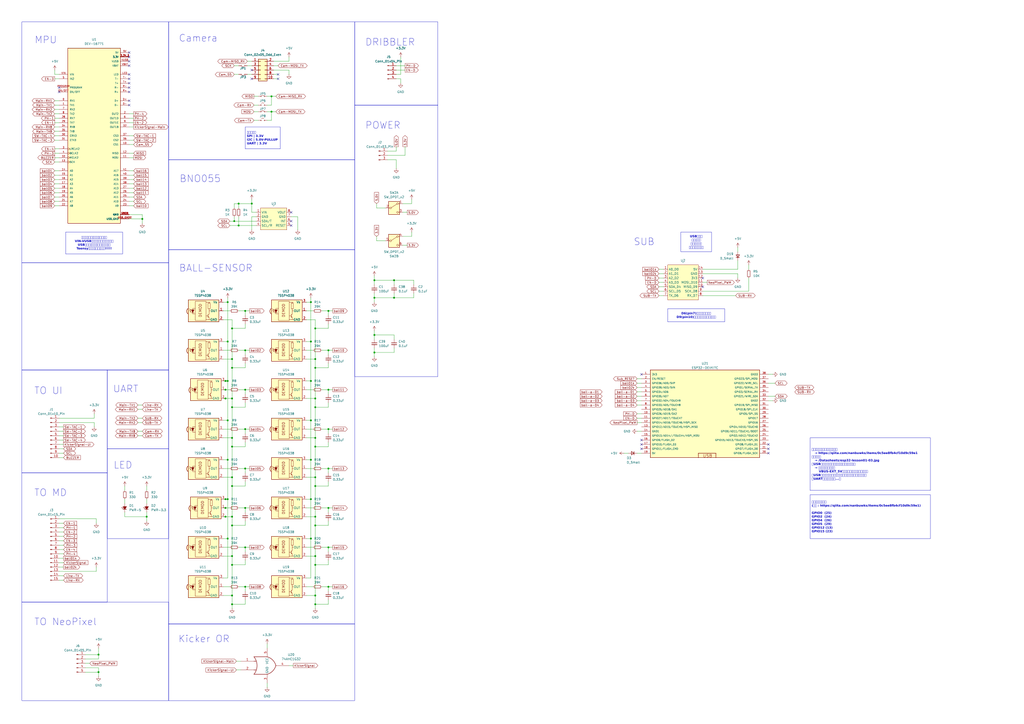
<source format=kicad_sch>
(kicad_sch (version 20231120) (generator "eeschema") (generator_version "8.0")
  (paper "A2")
  (lib_symbols
    (symbol "74xGxx:74AHC1G32"
      (property "Reference" "U" (at -2.54 3.81 0))
      (property "Value" "74AHC1G32" (at 0 -3.81 0))
      (symbol "74AHC1G32_1_1"
        (pin input line (at -15.24 2.54 0) (length 7.62) (name "~") (number "1"))
        (pin input line (at -15.24 -2.54 0) (length 7.62) (name "~") (number "2"))
        (pin power_in line (at 0 -10.16 90) (length 5.08) (name "GND") (number "3"))
        (pin output line (at 12.7 0 180) (length 7.62) (name "~") (number "4"))
        (pin power_in line (at 0 10.16 270) (length 5.08) (name "VCC") (number "5"))
      )
    )
    (symbol "@2024-Line:ESP32-DEVKITC" (pin_names (offset 1.016))
      (property "Reference" "U" (at 0 0 0))
      (property "Value" "ESP32-DEVKITC" (at 0 0 0))
      (symbol "ESP32-DEVKITC_0_0"
        (text "USB" (at 5.08 -22.86 0) (effects (font (size 1.778 1.778)) (justify left bottom)))
        (pin bidirectional line (at -30.48 25.4 0) (length 5.08) (name "3V3") (number "1"))
        (pin bidirectional line (at -30.48 2.54 0) (length 5.08) (name "GPIO26/AD19/DA2") (number "10"))
        (pin bidirectional line (at -30.48 0 0) (length 5.08) (name "GPIO27/AD17/TOUCH7") (number "11"))
        (pin bidirectional line (at -30.48 -2.54 0) (length 5.08) (name "GPIO14/AD16/TOUCH6/HSPI_SCK") (number "12"))
        (pin bidirectional line (at -30.48 -5.08 0) (length 5.08) (name "GPIO12/AD15/TOUCH5/HSPI_MISO") (number "13"))
        (pin bidirectional line (at -30.48 -7.62 0) (length 5.08) (name "GND1") (number "14"))
        (pin bidirectional line (at -30.48 -10.16 0) (length 5.08) (name "GPIO13/AD14//TOUCH4/HSPI_MOSI") (number "15"))
        (pin bidirectional line (at -30.48 -12.7 0) (length 5.08) (name "GPIO9/FLASH_D2") (number "16"))
        (pin bidirectional line (at -30.48 -15.24 0) (length 5.08) (name "GPIO10/FLASH_D3") (number "17"))
        (pin bidirectional line (at -30.48 -17.78 0) (length 5.08) (name "GPIO11/FLASH_CMD") (number "18"))
        (pin bidirectional line (at -30.48 -20.32 0) (length 5.08) (name "5V") (number "19"))
        (pin bidirectional line (at -30.48 22.86 0) (length 5.08) (name "EN/RESET") (number "2"))
        (pin bidirectional line (at 43.18 -20.32 180) (length 5.08) (name "GPIO6/FLASH_SCK") (number "20"))
        (pin bidirectional line (at 43.18 -17.78 180) (length 5.08) (name "GPIO7/FLASH_D0") (number "21"))
        (pin bidirectional line (at 43.18 -15.24 180) (length 5.08) (name "GPIO8/FLASH_D1") (number "22"))
        (pin bidirectional line (at 43.18 -12.7 180) (length 5.08) (name "GPIO15/AD13/TOUCH3/HSPI_SS") (number "23"))
        (pin bidirectional line (at 43.18 -10.16 180) (length 5.08) (name "GPIO2/AD12/TOUCH2") (number "24"))
        (pin bidirectional line (at 43.18 -7.62 180) (length 5.08) (name "GPIO0/AD11/TOUCH1/BOOT") (number "25"))
        (pin bidirectional line (at 43.18 -5.08 180) (length 5.08) (name "GPIO4/AD10/TOUCH0") (number "26"))
        (pin bidirectional line (at 43.18 -2.54 180) (length 5.08) (name "GPIO16") (number "27"))
        (pin bidirectional line (at 43.18 0 180) (length 5.08) (name "GPIO17") (number "28"))
        (pin bidirectional line (at 43.18 2.54 180) (length 5.08) (name "GPIO5/SPI_SS") (number "29"))
        (pin bidirectional line (at -30.48 20.32 0) (length 5.08) (name "GPIO36/AD0/SVP") (number "3"))
        (pin bidirectional line (at 43.18 5.08 180) (length 5.08) (name "GPIO18/SPI_CLK") (number "30"))
        (pin bidirectional line (at 43.18 7.62 180) (length 5.08) (name "GPIO19/SPI_MISO") (number "31"))
        (pin bidirectional line (at 43.18 10.16 180) (length 5.08) (name "GND2") (number "32"))
        (pin bidirectional line (at 43.18 12.7 180) (length 5.08) (name "GPIO21/WIRE_SDA") (number "33"))
        (pin bidirectional line (at 43.18 15.24 180) (length 5.08) (name "GPIO3/SERIAL_RX") (number "34"))
        (pin bidirectional line (at 43.18 17.78 180) (length 5.08) (name "GPIO1/SERIAL_TX") (number "35"))
        (pin bidirectional line (at 43.18 20.32 180) (length 5.08) (name "GPIO22/WIRE_SCL") (number "36"))
        (pin bidirectional line (at 43.18 22.86 180) (length 5.08) (name "GPIO23/SPI_MOSI") (number "37"))
        (pin bidirectional line (at 43.18 25.4 180) (length 5.08) (name "GND3") (number "38"))
        (pin bidirectional line (at -30.48 17.78 0) (length 5.08) (name "GPIO39/AD3/SVN") (number "4"))
        (pin bidirectional line (at -30.48 15.24 0) (length 5.08) (name "GPIO34/AD6") (number "5"))
        (pin bidirectional line (at -30.48 12.7 0) (length 5.08) (name "GPIO35/AD7") (number "6"))
        (pin bidirectional line (at -30.48 10.16 0) (length 5.08) (name "GPIO32/AD4/TOUCH9") (number "7"))
        (pin bidirectional line (at -30.48 7.62 0) (length 5.08) (name "GPIO33/AD5/TOUCH8") (number "8"))
        (pin bidirectional line (at -30.48 5.08 0) (length 5.08) (name "GPIO25/AD18/DA1") (number "9"))
      )
    )
    (symbol "@2024-Main:BNO055"
      (property "Reference" "U" (at 0 2.286 0))
      (symbol "BNO055_1_1"
        (pin passive line (at -10.16 -2.54 0) (length 2.54) (name "VIN") (number "1"))
        (pin passive line (at -10.16 -5.08 0) (length 2.54) (name "GND") (number "2"))
        (pin passive line (at -10.16 -7.62 0) (length 2.54) (name "SDA/T") (number "3"))
        (pin passive line (at -10.16 -10.16 0) (length 2.54) (name "SCL/R") (number "4"))
        (pin passive line (at 10.16 -10.16 180) (length 2.54) (name "RESET") (number "5"))
        (pin passive line (at 10.16 -7.62 180) (length 2.54) (name "INT") (number "6"))
        (pin passive line (at 10.16 -5.08 180) (length 2.54) (name "GND") (number "7"))
        (pin passive line (at 10.16 -2.54 180) (length 2.54) (name "VOUT") (number "8"))
      )
    )
    (symbol "@2024-Main:DEV-16771" (pin_names (offset 1.016))
      (property "Reference" "U" (at -15.24 52.07 0))
      (property "Value" "DEV-16771" (at -15.24 -53.34 0))
      (symbol "DEV-16771_0_0"
        (pin bidirectional line (at -20.32 20.32 0) (length 5.08) (name "RX1") (number "0"))
        (pin bidirectional line (at -20.32 17.78 0) (length 5.08) (name "TX1") (number "1"))
        (pin bidirectional line (at 20.32 -5.08 180) (length 5.08) (name "CS1") (number "10"))
        (pin bidirectional line (at 20.32 -12.7 180) (length 5.08) (name "MOSI") (number "11"))
        (pin bidirectional line (at 20.32 -10.16 180) (length 5.08) (name "MISO") (number "12"))
        (pin bidirectional clock (at -20.32 -15.24 0) (length 5.08) (name "SCK") (number "13"))
        (pin bidirectional line (at -20.32 -20.32 0) (length 5.08) (name "A0") (number "14"))
        (pin bidirectional line (at -20.32 -22.86 0) (length 5.08) (name "A1") (number "15"))
        (pin bidirectional line (at -20.32 -25.4 0) (length 5.08) (name "A2") (number "16"))
        (pin bidirectional line (at -20.32 -27.94 0) (length 5.08) (name "A3") (number "17"))
        (pin bidirectional line (at -20.32 -30.48 0) (length 5.08) (name "A4") (number "18"))
        (pin bidirectional line (at -20.32 -33.02 0) (length 5.08) (name "A5") (number "19"))
        (pin output line (at 20.32 12.7 180) (length 5.08) (name "OUT2") (number "2"))
        (pin bidirectional line (at -20.32 -35.56 0) (length 5.08) (name "A6") (number "20"))
        (pin bidirectional line (at -20.32 -38.1 0) (length 5.08) (name "A7") (number "21"))
        (pin bidirectional line (at -20.32 -40.64 0) (length 5.08) (name "A8") (number "22"))
        (pin bidirectional line (at 20.32 -40.64 180) (length 5.08) (name "A9") (number "23"))
        (pin bidirectional line (at 20.32 -38.1 180) (length 5.08) (name "A10") (number "24"))
        (pin bidirectional line (at 20.32 -35.56 180) (length 5.08) (name "A11") (number "25"))
        (pin bidirectional line (at 20.32 -33.02 180) (length 5.08) (name "A12") (number "26"))
        (pin bidirectional line (at 20.32 -30.48 180) (length 5.08) (name "A13") (number "27"))
        (pin bidirectional line (at -20.32 10.16 0) (length 5.08) (name "RX7") (number "28"))
        (pin bidirectional line (at -20.32 7.62 0) (length 5.08) (name "TX7") (number "29"))
        (pin bidirectional clock (at -20.32 -7.62 0) (length 5.08) (name "LRCLK2") (number "3"))
        (pin power_in line (at 20.32 45.72 180) (length 5.08) (name "3.3V") (number "3.3V_1"))
        (pin power_in line (at 20.32 45.72 180) (length 5.08) (name "3.3V") (number "3.3V_2"))
        (pin power_in line (at 20.32 45.72 180) (length 5.08) (name "3.3V") (number "3.3V_3"))
        (pin bidirectional line (at -20.32 0 0) (length 5.08) (name "CRX3") (number "30"))
        (pin bidirectional line (at -20.32 -2.54 0) (length 5.08) (name "CTX3") (number "31"))
        (pin output line (at 20.32 5.08 180) (length 5.08) (name "OUT1B") (number "32"))
        (pin bidirectional clock (at -20.32 -12.7 0) (length 5.08) (name "MCLK2") (number "33"))
        (pin bidirectional line (at -20.32 5.08 0) (length 5.08) (name "RX8") (number "34"))
        (pin bidirectional line (at -20.32 2.54 0) (length 5.08) (name "TX8") (number "35"))
        (pin bidirectional line (at 20.32 -2.54 180) (length 5.08) (name "CS2") (number "36"))
        (pin bidirectional line (at 20.32 0 180) (length 5.08) (name "CS3") (number "37"))
        (pin bidirectional line (at 20.32 -27.94 180) (length 5.08) (name "A14") (number "38"))
        (pin bidirectional line (at 20.32 -25.4 180) (length 5.08) (name "A15") (number "39"))
        (pin bidirectional clock (at -20.32 -10.16 0) (length 5.08) (name "BCLK2") (number "4"))
        (pin bidirectional line (at 20.32 -22.86 180) (length 5.08) (name "A16") (number "40"))
        (pin bidirectional line (at 20.32 -20.32 180) (length 5.08) (name "A17") (number "41"))
        (pin bidirectional line (at -20.32 33.02 0) (length 5.08) (name "IN2") (number "5"))
        (pin power_in line (at 20.32 48.26 180) (length 5.08) (name "5V") (number "5V"))
        (pin output line (at 20.32 10.16 180) (length 5.08) (name "OUT1D") (number "6"))
        (pin bidirectional line (at -20.32 15.24 0) (length 5.08) (name "RX2") (number "7"))
        (pin bidirectional line (at -20.32 12.7 0) (length 5.08) (name "TX2") (number "8"))
        (pin output line (at 20.32 7.62 180) (length 5.08) (name "OUT1C") (number "9"))
        (pin bidirectional line (at 20.32 20.32 180) (length 5.08) (name "D+") (number "D+"))
        (pin bidirectional line (at 20.32 17.78 180) (length 5.08) (name "D-") (number "D-"))
        (pin power_in line (at 20.32 -45.72 180) (length 5.08) (name "GND") (number "GND1"))
        (pin power_in line (at 20.32 -45.72 180) (length 5.08) (name "GND") (number "GND2"))
        (pin power_in line (at 20.32 -45.72 180) (length 5.08) (name "GND") (number "GND3"))
        (pin power_in line (at 20.32 -45.72 180) (length 5.08) (name "GND") (number "GND4"))
        (pin power_in line (at 20.32 -45.72 180) (length 5.08) (name "GND") (number "GND5"))
        (pin bidirectional line (at 20.32 35.56 180) (length 5.08) (name "LED") (number "LED"))
        (pin bidirectional line (at -20.32 25.4 0) (length 5.08) (name "ON/OFF") (number "ON/OFF"))
        (pin bidirectional line (at -20.32 27.94 0) (length 5.08) (name "PROGRAM") (number "PROGRAM"))
        (pin bidirectional line (at 20.32 25.4 180) (length 5.08) (name "R+") (number "R+"))
        (pin bidirectional line (at 20.32 27.94 180) (length 5.08) (name "R-") (number "R-"))
        (pin bidirectional line (at 20.32 30.48 180) (length 5.08) (name "T+") (number "T+"))
        (pin bidirectional line (at 20.32 33.02 180) (length 5.08) (name "T-") (number "T-"))
        (pin power_in line (at 20.32 -48.26 180) (length 5.08) (name "USB_GND") (number "USB_GND1"))
        (pin power_in line (at 20.32 -48.26 180) (length 5.08) (name "USB_GND") (number "USB_GND2"))
        (pin passive line (at 20.32 40.64 180) (length 5.08) (name "VBAT") (number "VBAT"))
        (pin input line (at -20.32 35.56 0) (length 5.08) (name "VIN") (number "VIN"))
        (pin passive line (at 20.32 43.18 180) (length 5.08) (name "VUSB") (number "VUSB"))
      )
    )
    (symbol "@2024-Main:XIAO_ESP32C3"
      (property "Reference" "U" (at 0 1.778 0))
      (symbol "XIAO_ESP32C3_1_1"
        (pin passive line (at -11.43 -2.54 0) (length 2.54) (name "A0_D0") (number "1"))
        (pin passive line (at 11.43 -12.7 180) (length 2.54) (name "MISO_D9") (number "10"))
        (pin passive line (at 11.43 -10.16 180) (length 2.54) (name "MOSI_D10") (number "11"))
        (pin passive line (at 11.43 -7.62 180) (length 2.54) (name "3V3") (number "12"))
        (pin passive line (at 11.43 -5.08 180) (length 2.54) (name "GND") (number "13"))
        (pin passive line (at 11.43 -2.54 180) (length 2.54) (name "5V") (number "14"))
        (pin passive line (at -11.43 -5.08 0) (length 2.54) (name "A1_D1") (number "2"))
        (pin passive line (at -11.43 -7.62 0) (length 2.54) (name "A2_D2") (number "3"))
        (pin passive line (at -11.43 -10.16 0) (length 2.54) (name "A3_D3") (number "4"))
        (pin passive line (at -11.43 -12.7 0) (length 2.54) (name "SDA_D4") (number "5"))
        (pin passive line (at -11.43 -15.24 0) (length 2.54) (name "SCL_D5") (number "6"))
        (pin passive line (at -11.43 -17.78 0) (length 2.54) (name "TX_D6") (number "7"))
        (pin passive line (at 11.43 -17.78 180) (length 2.54) (name "RX_D7") (number "8"))
        (pin passive line (at 11.43 -15.24 180) (length 2.54) (name "SCK_D8") (number "9"))
      )
    )
    (symbol "@2024TOINIOT2-Main:TSSP4038" (pin_names (offset 1.016))
      (property "Reference" "U" (at -10.16 7.62 0))
      (property "Value" "TSSP4038" (at -10.16 -7.62 0))
      (symbol "TSSP4038_0_0"
        (text "DEMOD" (at -3.175 0.254 900) (effects (font (size 1.524 1.524))))
      )
      (symbol "TSSP4038_1_1"
        (pin output line (at 10.16 0 180) (length 2.54) (name "OUT") (number "1"))
        (pin power_in line (at 10.16 -5.08 180) (length 2.54) (name "GND") (number "2"))
        (pin power_in line (at 10.16 5.08 180) (length 2.54) (name "Vs") (number "3"))
      )
    )
    (symbol "Connector:Conn_01x03_Pin" (pin_names (offset 1.016) hide)
      (property "Reference" "J" (at 0 5.08 0))
      (property "Value" "Conn_01x03_Pin" (at 0 -5.08 0))
      (symbol "Conn_01x03_Pin_1_1"
        (pin passive line (at 5.08 2.54 180) (length 3.81) (name "Pin_1") (number "1"))
        (pin passive line (at 5.08 0 180) (length 3.81) (name "Pin_2") (number "2"))
        (pin passive line (at 5.08 -2.54 180) (length 3.81) (name "Pin_3") (number "3"))
      )
    )
    (symbol "Connector:Conn_01x04_Pin" (pin_names (offset 1.016) hide)
      (property "Reference" "J" (at 0 5.08 0))
      (property "Value" "Conn_01x04_Pin" (at 0 -7.62 0))
      (symbol "Conn_01x04_Pin_1_1"
        (pin passive line (at 5.08 2.54 180) (length 3.81) (name "Pin_1") (number "1"))
        (pin passive line (at 5.08 0 180) (length 3.81) (name "Pin_2") (number "2"))
        (pin passive line (at 5.08 -2.54 180) (length 3.81) (name "Pin_3") (number "3"))
        (pin passive line (at 5.08 -5.08 180) (length 3.81) (name "Pin_4") (number "4"))
      )
    )
    (symbol "Connector:Conn_01x05_Pin" (pin_names (offset 1.016) hide)
      (property "Reference" "J" (at 0 7.62 0))
      (property "Value" "Conn_01x05_Pin" (at 0 -7.62 0))
      (symbol "Conn_01x05_Pin_1_1"
        (pin passive line (at 5.08 5.08 180) (length 3.81) (name "Pin_1") (number "1"))
        (pin passive line (at 5.08 2.54 180) (length 3.81) (name "Pin_2") (number "2"))
        (pin passive line (at 5.08 0 180) (length 3.81) (name "Pin_3") (number "3"))
        (pin passive line (at 5.08 -2.54 180) (length 3.81) (name "Pin_4") (number "4"))
        (pin passive line (at 5.08 -5.08 180) (length 3.81) (name "Pin_5") (number "5"))
      )
    )
    (symbol "Connector:Conn_01x10_Pin" (pin_names (offset 1.016) hide)
      (property "Reference" "J" (at 0 12.7 0))
      (property "Value" "Conn_01x10_Pin" (at 0 -15.24 0))
      (symbol "Conn_01x10_Pin_1_1"
        (pin passive line (at 5.08 10.16 180) (length 3.81) (name "Pin_1") (number "1"))
        (pin passive line (at 5.08 -12.7 180) (length 3.81) (name "Pin_10") (number "10"))
        (pin passive line (at 5.08 7.62 180) (length 3.81) (name "Pin_2") (number "2"))
        (pin passive line (at 5.08 5.08 180) (length 3.81) (name "Pin_3") (number "3"))
        (pin passive line (at 5.08 2.54 180) (length 3.81) (name "Pin_4") (number "4"))
        (pin passive line (at 5.08 0 180) (length 3.81) (name "Pin_5") (number "5"))
        (pin passive line (at 5.08 -2.54 180) (length 3.81) (name "Pin_6") (number "6"))
        (pin passive line (at 5.08 -5.08 180) (length 3.81) (name "Pin_7") (number "7"))
        (pin passive line (at 5.08 -7.62 180) (length 3.81) (name "Pin_8") (number "8"))
        (pin passive line (at 5.08 -10.16 180) (length 3.81) (name "Pin_9") (number "9"))
      )
    )
    (symbol "Connector:Conn_01x15_Pin" (pin_names (offset 1.016) hide)
      (property "Reference" "J" (at 0 20.32 0))
      (property "Value" "Conn_01x15_Pin" (at 0 -20.32 0))
      (symbol "Conn_01x15_Pin_1_1"
        (pin passive line (at 5.08 17.78 180) (length 3.81) (name "Pin_1") (number "1"))
        (pin passive line (at 5.08 -5.08 180) (length 3.81) (name "Pin_10") (number "10"))
        (pin passive line (at 5.08 -7.62 180) (length 3.81) (name "Pin_11") (number "11"))
        (pin passive line (at 5.08 -10.16 180) (length 3.81) (name "Pin_12") (number "12"))
        (pin passive line (at 5.08 -12.7 180) (length 3.81) (name "Pin_13") (number "13"))
        (pin passive line (at 5.08 -15.24 180) (length 3.81) (name "Pin_14") (number "14"))
        (pin passive line (at 5.08 -17.78 180) (length 3.81) (name "Pin_15") (number "15"))
        (pin passive line (at 5.08 15.24 180) (length 3.81) (name "Pin_2") (number "2"))
        (pin passive line (at 5.08 12.7 180) (length 3.81) (name "Pin_3") (number "3"))
        (pin passive line (at 5.08 10.16 180) (length 3.81) (name "Pin_4") (number "4"))
        (pin passive line (at 5.08 7.62 180) (length 3.81) (name "Pin_5") (number "5"))
        (pin passive line (at 5.08 5.08 180) (length 3.81) (name "Pin_6") (number "6"))
        (pin passive line (at 5.08 2.54 180) (length 3.81) (name "Pin_7") (number "7"))
        (pin passive line (at 5.08 0 180) (length 3.81) (name "Pin_8") (number "8"))
        (pin passive line (at 5.08 -2.54 180) (length 3.81) (name "Pin_9") (number "9"))
      )
    )
    (symbol "Connector_Generic:Conn_02x05_Odd_Even" (pin_names (offset 1.016) hide)
      (property "Reference" "J" (at 1.27 7.62 0))
      (property "Value" "Conn_02x05_Odd_Even" (at 1.27 -7.62 0))
      (symbol "Conn_02x05_Odd_Even_1_1"
        (pin passive line (at -5.08 5.08 0) (length 3.81) (name "Pin_1") (number "1"))
        (pin passive line (at 7.62 -5.08 180) (length 3.81) (name "Pin_10") (number "10"))
        (pin passive line (at 7.62 5.08 180) (length 3.81) (name "Pin_2") (number "2"))
        (pin passive line (at -5.08 2.54 0) (length 3.81) (name "Pin_3") (number "3"))
        (pin passive line (at 7.62 2.54 180) (length 3.81) (name "Pin_4") (number "4"))
        (pin passive line (at -5.08 0 0) (length 3.81) (name "Pin_5") (number "5"))
        (pin passive line (at 7.62 0 180) (length 3.81) (name "Pin_6") (number "6"))
        (pin passive line (at -5.08 -2.54 0) (length 3.81) (name "Pin_7") (number "7"))
        (pin passive line (at 7.62 -2.54 180) (length 3.81) (name "Pin_8") (number "8"))
        (pin passive line (at -5.08 -5.08 0) (length 3.81) (name "Pin_9") (number "9"))
      )
    )
    (symbol "Device:C_Small" (pin_numbers hide) (pin_names (offset 0.254) hide)
      (property "Reference" "C" (at 0.254 1.778 0))
      (property "Value" "C_Small" (at 0.254 -2.032 0))
      (symbol "C_Small_1_1"
        (pin passive line (at 0 2.54 270) (length 2.032) (name "~") (number "1"))
        (pin passive line (at 0 -2.54 90) (length 2.032) (name "~") (number "2"))
      )
    )
    (symbol "Device:D_Small" (pin_numbers hide) (pin_names (offset 0.254) hide)
      (property "Reference" "D" (at -1.27 2.032 0))
      (property "Value" "D_Small" (at -3.81 -2.032 0))
      (symbol "D_Small_1_1"
        (pin passive line (at -2.54 0 0) (length 1.778) (name "K") (number "1"))
        (pin passive line (at 2.54 0 180) (length 1.778) (name "A") (number "2"))
      )
    )
    (symbol "Device:LED_Small_Filled" (pin_numbers hide) (pin_names (offset 0.254) hide)
      (property "Reference" "D" (at -1.27 3.175 0))
      (property "Value" "LED_Small_Filled" (at -4.445 -2.54 0))
      (symbol "LED_Small_Filled_1_1"
        (pin passive line (at -2.54 0 0) (length 1.778) (name "K") (number "1"))
        (pin passive line (at 2.54 0 180) (length 1.778) (name "A") (number "2"))
      )
    )
    (symbol "Device:R_Small" (pin_numbers hide) (pin_names (offset 0.254) hide)
      (property "Reference" "R" (at 0.762 0.508 0))
      (property "Value" "R_Small" (at 0.762 -1.016 0))
      (symbol "R_Small_1_1"
        (pin passive line (at 0 2.54 270) (length 0.762) (name "~") (number "1"))
        (pin passive line (at 0 -2.54 90) (length 0.762) (name "~") (number "2"))
      )
    )
    (symbol "Jumper:Jumper_2_Small_Bridged" (pin_numbers hide) (pin_names (offset 0) hide) (exclude_from_sim yes)
      (property "Reference" "JP" (at 0 2.032 0))
      (property "Value" "Jumper_2_Small_Bridged" (at 0 -2.286 0))
      (symbol "Jumper_2_Small_Bridged_1_1"
        (pin passive line (at -2.54 0 0) (length 1.27) (name "A") (number "1"))
        (pin passive line (at 2.54 0 180) (length 1.27) (name "B") (number "2"))
      )
    )
    (symbol "Jumper:Jumper_2_Small_Open" (pin_numbers hide) (pin_names (offset 0) hide) (exclude_from_sim yes)
      (property "Reference" "JP" (at 0 2.794 0))
      (property "Value" "Jumper_2_Small_Open" (at 0 -2.286 0))
      (symbol "Jumper_2_Small_Open_1_1"
        (pin passive line (at -2.54 0 0) (length 1.27) (name "A") (number "1"))
        (pin passive line (at 2.54 0 180) (length 1.27) (name "B") (number "2"))
      )
    )
    (symbol "Switch:SW_DPDT_x2" (pin_names (offset 0) hide)
      (property "Reference" "SW" (at 0 5.08 0))
      (property "Value" "SW_DPDT_x2" (at 0 -5.08 0))
      (symbol "SW_DPDT_x2_1_1"
        (pin passive line (at 5.08 2.54 180) (length 2.54) (name "A") (number "1"))
        (pin passive line (at -5.08 0 0) (length 2.54) (name "B") (number "2"))
        (pin passive line (at 5.08 -2.54 180) (length 2.54) (name "C") (number "3"))
      )
      (symbol "SW_DPDT_x2_2_1"
        (pin passive line (at 5.08 2.54 180) (length 2.54) (name "A") (number "4"))
        (pin passive line (at -5.08 0 0) (length 2.54) (name "B") (number "5"))
        (pin passive line (at 5.08 -2.54 180) (length 2.54) (name "C") (number "6"))
      )
    )
    (symbol "power:+3.3V" (power) (pin_numbers hide) (pin_names (offset 0) hide)
      (property "Value" "+3.3V" (at 0 3.556 0))
      (symbol "+3.3V_1_1"
        (pin power_in line (at 0 0 90) (length 0) (name "~") (number "1"))
      )
    )
    (symbol "power:+5V" (power) (pin_numbers hide) (pin_names (offset 0) hide)
      (property "Value" "+5V" (at 0 3.556 0))
      (symbol "+5V_1_1"
        (pin power_in line (at 0 0 90) (length 0) (name "~") (number "1"))
      )
    )
    (symbol "power:GND" (power) (pin_numbers hide) (pin_names (offset 0) hide)
      (property "Value" "GND" (at 0 -3.81 0))
      (symbol "GND_1_1"
        (pin power_in line (at 0 0 270) (length 0) (name "~") (number "1"))
      )
    )
  )
  (junction (at 130.81 289.56))
  (junction (at 132.08 266.7))
  (junction (at 138.43 130.81))
  (junction (at 130.81 294.64))
  (junction (at 142.24 248.92))
  (junction (at 134.62 281.94))
  (junction (at 217.17 204.47))
  (junction (at 217.17 162.56))
  (junction (at 134.62 190.5))
  (junction (at 142.24 294.64))
  (junction (at 132.08 289.56))
  (junction (at 182.88 299.72))
  (junction (at 134.62 322.58))
  (junction (at 190.5 340.36))
  (junction (at 228.6 162.56))
  (junction (at 134.62 276.86))
  (junction (at 217.17 172.72))
  (junction (at 180.34 220.98))
  (junction (at 134.62 208.28))
  (junction (at 130.81 220.98))
  (junction (at 135.89 128.27))
  (junction (at 134.62 350.52))
  (junction (at 134.62 236.22))
  (junction (at 134.62 213.36))
  (junction (at 130.81 231.14))
  (junction (at 132.08 312.42))
  (junction (at 138.43 118.11))
  (junction (at 142.24 340.36))
  (junction (at 134.62 254))
  (junction (at 182.88 345.44))
  (junction (at 228.6 172.72))
  (junction (at 142.24 317.5))
  (junction (at 132.08 220.98))
  (junction (at 146.05 118.11))
  (junction (at 190.5 271.78))
  (junction (at 190.5 203.2))
  (junction (at 182.88 304.8))
  (junction (at 157.48 55.88))
  (junction (at 190.5 180.34))
  (junction (at 132.08 198.12))
  (junction (at 134.62 345.44))
  (junction (at 82.55 127))
  (junction (at 182.88 190.5))
  (junction (at 134.62 299.72))
  (junction (at 182.88 327.66))
  (junction (at 182.88 208.28))
  (junction (at 130.81 299.72))
  (junction (at 142.24 226.06))
  (junction (at 182.88 281.94))
  (junction (at 182.88 322.58))
  (junction (at 142.24 271.78))
  (junction (at 180.34 266.7))
  (junction (at 180.34 198.12))
  (junction (at 190.5 248.92))
  (junction (at 85.09 299.72))
  (junction (at 142.24 180.34))
  (junction (at 190.5 226.06))
  (junction (at 157.48 64.77))
  (junction (at 182.88 213.36))
  (junction (at 182.88 236.22))
  (junction (at 180.34 289.56))
  (junction (at 132.08 243.84))
  (junction (at 180.34 175.26))
  (junction (at 190.5 317.5))
  (junction (at 134.62 231.14))
  (junction (at 132.08 175.26))
  (junction (at 134.62 259.08))
  (junction (at 180.34 312.42))
  (junction (at 57.15 379.73))
  (junction (at 130.81 226.06))
  (junction (at 182.88 276.86))
  (junction (at 134.62 304.8))
  (junction (at 182.88 259.08))
  (junction (at 134.62 327.66))
  (junction (at 182.88 254))
  (junction (at 182.88 231.14))
  (junction (at 180.34 243.84))
  (junction (at 190.5 294.64))
  (junction (at 217.17 194.31))
  (junction (at 182.88 350.52))
  (junction (at 57.15 389.89))
  (junction (at 142.24 203.2))
  (no_connect (at 372.11 260.35))
  (no_connect (at 372.11 217.17))
  (no_connect (at 146.05 45.72))
  (no_connect (at 74.93 50.8))
  (no_connect (at 168.91 130.81))
  (no_connect (at 74.93 43.18))
  (no_connect (at 34.29 50.8))
  (no_connect (at 372.11 257.81))
  (no_connect (at 146.05 40.64))
  (no_connect (at 161.29 45.72))
  (no_connect (at 445.77 257.81))
  (no_connect (at 445.77 262.89))
  (no_connect (at 74.93 30.48))
  (no_connect (at 34.29 53.34))
  (no_connect (at 74.93 48.26))
  (no_connect (at 74.93 58.42))
  (no_connect (at 372.11 255.27))
  (no_connect (at 445.77 260.35))
  (no_connect (at 74.93 35.56))
  (no_connect (at 407.67 166.37))
  (no_connect (at 74.93 60.96))
  (no_connect (at 168.91 128.27))
  (no_connect (at 168.91 123.19))
  (no_connect (at 407.67 161.29))
  (no_connect (at 74.93 45.72))
  (no_connect (at 161.29 43.18))
  (no_connect (at 74.93 38.1))
  (no_connect (at 74.93 33.02))
  (no_connect (at 74.93 53.34))
  (wire (pts (xy 182.88 208.28) (xy 182.88 213.36)))
  (wire (pts (xy 143.51 35.56) (xy 146.05 35.56)))
  (wire (pts (xy 129.54 322.58) (xy 134.62 322.58)))
  (wire (pts (xy 434.34 153.67) (xy 434.34 156.21)))
  (wire (pts (xy 74.93 116.84) (xy 77.47 116.84)))
  (wire (pts (xy 49.53 384.81) (xy 52.07 384.81)))
  (wire (pts (xy 142.24 248.92) (xy 142.24 251.46)))
  (wire (pts (xy 190.5 340.36) (xy 190.5 342.9)))
  (wire (pts (xy 77.47 83.82) (xy 74.93 83.82)))
  (wire (pts (xy 129.54 294.64) (xy 130.81 294.64)))
  (wire (pts (xy 186.69 203.2) (xy 190.5 203.2)))
  (wire (pts (xy 129.54 345.44) (xy 134.62 345.44)))
  (wire (pts (xy 130.81 220.98) (xy 132.08 220.98)))
  (wire (pts (xy 132.08 198.12) (xy 132.08 220.98)))
  (wire (pts (xy 172.72 125.73) (xy 168.91 125.73)))
  (wire (pts (xy 234.95 85.09) (xy 234.95 90.17)))
  (wire (pts (xy 134.62 345.44) (xy 134.62 350.52)))
  (wire (pts (xy 129.54 271.78) (xy 133.35 271.78)))
  (wire (pts (xy 177.8 322.58) (xy 182.88 322.58)))
  (wire (pts (xy 445.77 222.25) (xy 449.58 222.25)))
  (wire (pts (xy 134.62 190.5) (xy 142.24 190.5)))
  (wire (pts (xy 232.41 33.02) (xy 232.41 43.18)))
  (wire (pts (xy 177.8 312.42) (xy 180.34 312.42)))
  (wire (pts (xy 190.5 233.68) (xy 190.5 236.22)))
  (wire (pts (xy 57.15 392.43) (xy 57.15 389.89)))
  (wire (pts (xy 217.17 201.93) (xy 217.17 204.47)))
  (wire (pts (xy 31.75 114.3) (xy 34.29 114.3)))
  (wire (pts (xy 142.24 317.5) (xy 144.78 317.5)))
  (wire (pts (xy 182.88 276.86) (xy 182.88 281.94)))
  (wire (pts (xy 146.05 118.11) (xy 146.05 123.19)))
  (wire (pts (xy 228.6 204.47) (xy 228.6 201.93)))
  (wire (pts (xy 85.09 299.72) (xy 85.09 302.26)))
  (wire (pts (xy 177.8 276.86) (xy 182.88 276.86)))
  (wire (pts (xy 177.8 203.2) (xy 181.61 203.2)))
  (wire (pts (xy 228.6 162.56) (xy 228.6 165.1)))
  (wire (pts (xy 138.43 317.5) (xy 142.24 317.5)))
  (wire (pts (xy 138.43 203.2) (xy 142.24 203.2)))
  (wire (pts (xy 142.24 347.98) (xy 142.24 350.52)))
  (wire (pts (xy 34.29 334.01) (xy 36.83 334.01)))
  (wire (pts (xy 31.75 68.58) (xy 34.29 68.58)))
  (wire (pts (xy 190.5 203.2) (xy 190.5 205.74)))
  (wire (pts (xy 55.88 303.53) (xy 55.88 300.99)))
  (wire (pts (xy 382.27 168.91) (xy 384.81 168.91)))
  (wire (pts (xy 157.48 64.77) (xy 157.48 69.85)))
  (wire (pts (xy 129.54 203.2) (xy 133.35 203.2)))
  (wire (pts (xy 130.81 299.72) (xy 134.62 299.72)))
  (wire (pts (xy 154.94 69.85) (xy 157.48 69.85)))
  (wire (pts (xy 190.5 325.12) (xy 190.5 327.66)))
  (wire (pts (xy 134.62 276.86) (xy 134.62 281.94)))
  (wire (pts (xy 217.17 194.31) (xy 217.17 196.85)))
  (wire (pts (xy 177.8 299.72) (xy 182.88 299.72)))
  (wire (pts (xy 236.22 142.24) (xy 233.68 142.24)))
  (wire (pts (xy 74.93 73.66) (xy 77.47 73.66)))
  (wire (pts (xy 34.29 300.99) (xy 55.88 300.99)))
  (wire (pts (xy 177.8 226.06) (xy 181.61 226.06)))
  (wire (pts (xy 36.83 316.23) (xy 34.29 316.23)))
  (wire (pts (xy 142.24 325.12) (xy 142.24 327.66)))
  (wire (pts (xy 134.62 322.58) (xy 134.62 327.66)))
  (wire (pts (xy 157.48 55.88) (xy 154.94 55.88)))
  (wire (pts (xy 142.24 256.54) (xy 142.24 259.08)))
  (wire (pts (xy 85.09 281.94) (xy 85.09 284.48)))
  (wire (pts (xy 31.75 93.98) (xy 34.29 93.98)))
  (wire (pts (xy 129.54 175.26) (xy 132.08 175.26)))
  (wire (pts (xy 31.75 45.72) (xy 34.29 45.72)))
  (wire (pts (xy 407.67 171.45) (xy 426.72 171.45)))
  (wire (pts (xy 142.24 271.78) (xy 144.78 271.78)))
  (wire (pts (xy 134.62 190.5) (xy 134.62 208.28)))
  (wire (pts (xy 177.8 198.12) (xy 180.34 198.12)))
  (wire (pts (xy 142.24 210.82) (xy 142.24 213.36)))
  (wire (pts (xy 448.31 217.17) (xy 445.77 217.17)))
  (wire (pts (xy 172.72 133.35) (xy 172.72 125.73)))
  (wire (pts (xy 31.75 88.9) (xy 34.29 88.9)))
  (wire (pts (xy 135.89 118.11) (xy 135.89 120.65)))
  (wire (pts (xy 85.09 289.56) (xy 85.09 292.1)))
  (wire (pts (xy 130.81 289.56) (xy 132.08 289.56)))
  (wire (pts (xy 132.08 243.84) (xy 132.08 266.7)))
  (wire (pts (xy 190.5 279.4) (xy 190.5 281.94)))
  (wire (pts (xy 190.5 210.82) (xy 190.5 213.36)))
  (wire (pts (xy 177.8 208.28) (xy 182.88 208.28)))
  (wire (pts (xy 129.54 231.14) (xy 130.81 231.14)))
  (wire (pts (xy 190.5 294.64) (xy 190.5 297.18)))
  (wire (pts (xy 138.43 248.92) (xy 142.24 248.92)))
  (wire (pts (xy 143.51 43.18) (xy 146.05 43.18)))
  (wire (pts (xy 240.03 162.56) (xy 228.6 162.56)))
  (wire (pts (xy 31.75 99.06) (xy 34.29 99.06)))
  (wire (pts (xy 182.88 322.58) (xy 182.88 327.66)))
  (wire (pts (xy 129.54 312.42) (xy 132.08 312.42)))
  (wire (pts (xy 74.93 99.06) (xy 77.47 99.06)))
  (wire (pts (xy 190.5 271.78) (xy 193.04 271.78)))
  (wire (pts (xy 190.5 347.98) (xy 190.5 350.52)))
  (wire (pts (xy 129.54 226.06) (xy 130.81 226.06)))
  (wire (pts (xy 186.69 180.34) (xy 190.5 180.34)))
  (wire (pts (xy 240.03 162.56) (xy 240.03 165.1)))
  (wire (pts (xy 31.75 71.12) (xy 34.29 71.12)))
  (wire (pts (xy 190.5 294.64) (xy 193.04 294.64)))
  (wire (pts (xy 134.62 281.94) (xy 142.24 281.94)))
  (wire (pts (xy 146.05 125.73) (xy 148.59 125.73)))
  (wire (pts (xy 190.5 340.36) (xy 193.04 340.36)))
  (wire (pts (xy 54.61 242.57) (xy 34.29 242.57)))
  (wire (pts (xy 218.44 120.65) (xy 223.52 120.65)))
  (wire (pts (xy 369.57 250.19) (xy 372.11 250.19)))
  (wire (pts (xy 74.93 104.14) (xy 77.47 104.14)))
  (wire (pts (xy 238.76 115.57) (xy 238.76 118.11)))
  (wire (pts (xy 182.88 213.36) (xy 190.5 213.36)))
  (wire (pts (xy 180.34 172.72) (xy 180.34 175.26)))
  (wire (pts (xy 129.54 243.84) (xy 132.08 243.84)))
  (wire (pts (xy 434.34 161.29) (xy 434.34 168.91)))
  (wire (pts (xy 190.5 317.5) (xy 193.04 317.5)))
  (wire (pts (xy 382.27 161.29) (xy 384.81 161.29)))
  (wire (pts (xy 217.17 204.47) (xy 228.6 204.47)))
  (wire (pts (xy 80.01 242.57) (xy 82.55 242.57)))
  (wire (pts (xy 182.88 327.66) (xy 190.5 327.66)))
  (wire (pts (xy 80.01 250.19) (xy 82.55 250.19)))
  (wire (pts (xy 234.95 38.1) (xy 229.87 38.1)))
  (wire (pts (xy 180.34 220.98) (xy 180.34 243.84)))
  (wire (pts (xy 369.57 229.87) (xy 372.11 229.87)))
  (wire (pts (xy 135.89 128.27) (xy 148.59 128.27)))
  (wire (pts (xy 57.15 387.35) (xy 57.15 389.89)))
  (wire (pts (xy 182.88 327.66) (xy 182.88 345.44)))
  (wire (pts (xy 129.54 340.36) (xy 133.35 340.36)))
  (wire (pts (xy 134.62 254) (xy 134.62 259.08)))
  (wire (pts (xy 190.5 271.78) (xy 190.5 274.32)))
  (wire (pts (xy 217.17 172.72) (xy 228.6 172.72)))
  (wire (pts (xy 382.27 163.83) (xy 384.81 163.83)))
  (wire (pts (xy 369.57 232.41) (xy 372.11 232.41)))
  (wire (pts (xy 382.27 171.45) (xy 384.81 171.45)))
  (wire (pts (xy 146.05 133.35) (xy 146.05 125.73)))
  (wire (pts (xy 177.8 345.44) (xy 182.88 345.44)))
  (wire (pts (xy 407.67 158.75) (xy 427.99 158.75)))
  (wire (pts (xy 369.57 224.79) (xy 372.11 224.79)))
  (wire (pts (xy 182.88 281.94) (xy 190.5 281.94)))
  (wire (pts (xy 180.34 198.12) (xy 180.34 220.98)))
  (wire (pts (xy 142.24 317.5) (xy 142.24 320.04)))
  (wire (pts (xy 31.75 101.6) (xy 34.29 101.6)))
  (wire (pts (xy 54.61 245.11) (xy 34.29 245.11)))
  (wire (pts (xy 182.88 281.94) (xy 182.88 299.72)))
  (wire (pts (xy 36.83 321.31) (xy 34.29 321.31)))
  (wire (pts (xy 186.69 226.06) (xy 190.5 226.06)))
  (wire (pts (xy 36.83 252.73) (xy 34.29 252.73)))
  (wire (pts (xy 190.5 180.34) (xy 190.5 182.88)))
  (wire (pts (xy 147.32 55.88) (xy 149.86 55.88)))
  (wire (pts (xy 31.75 119.38) (xy 34.29 119.38)))
  (wire (pts (xy 142.24 294.64) (xy 144.78 294.64)))
  (wire (pts (xy 427.99 161.29) (xy 427.99 158.75)))
  (wire (pts (xy 129.54 248.92) (xy 133.35 248.92)))
  (wire (pts (xy 142.24 279.4) (xy 142.24 281.94)))
  (wire (pts (xy 229.87 97.79) (xy 229.87 92.71)))
  (wire (pts (xy 85.09 297.18) (xy 85.09 299.72)))
  (wire (pts (xy 74.93 111.76) (xy 77.47 111.76)))
  (wire (pts (xy 190.5 187.96) (xy 190.5 190.5)))
  (wire (pts (xy 31.75 116.84) (xy 34.29 116.84)))
  (wire (pts (xy 74.93 109.22) (xy 77.47 109.22)))
  (wire (pts (xy 129.54 299.72) (xy 130.81 299.72)))
  (wire (pts (xy 36.83 257.81) (xy 34.29 257.81)))
  (wire (pts (xy 177.8 220.98) (xy 180.34 220.98)))
  (wire (pts (xy 182.88 304.8) (xy 182.88 322.58)))
  (wire (pts (xy 369.57 219.71) (xy 372.11 219.71)))
  (wire (pts (xy 74.93 66.04) (xy 77.47 66.04)))
  (wire (pts (xy 180.34 266.7) (xy 180.34 289.56)))
  (wire (pts (xy 31.75 91.44) (xy 34.29 91.44)))
  (wire (pts (xy 31.75 81.28) (xy 34.29 81.28)))
  (wire (pts (xy 180.34 175.26) (xy 180.34 198.12)))
  (wire (pts (xy 142.24 340.36) (xy 144.78 340.36)))
  (wire (pts (xy 182.88 236.22) (xy 182.88 254)))
  (wire (pts (xy 154.94 396.24) (xy 154.94 398.78)))
  (wire (pts (xy 142.24 233.68) (xy 142.24 236.22)))
  (wire (pts (xy 236.22 123.19) (xy 233.68 123.19)))
  (wire (pts (xy 142.24 203.2) (xy 142.24 205.74)))
  (wire (pts (xy 229.87 85.09) (xy 229.87 87.63)))
  (wire (pts (xy 217.17 191.77) (xy 217.17 194.31)))
  (wire (pts (xy 72.39 281.94) (xy 72.39 284.48)))
  (wire (pts (xy 129.54 289.56) (xy 130.81 289.56)))
  (wire (pts (xy 57.15 379.73) (xy 57.15 382.27)))
  (wire (pts (xy 382.27 166.37) (xy 384.81 166.37)))
  (wire (pts (xy 129.54 335.28) (xy 132.08 335.28)))
  (wire (pts (xy 31.75 40.64) (xy 31.75 43.18)))
  (wire (pts (xy 218.44 137.16) (xy 218.44 139.7)))
  (wire (pts (xy 31.75 43.18) (xy 34.29 43.18)))
  (wire (pts (xy 74.93 71.12) (xy 77.47 71.12)))
  (wire (pts (xy 31.75 66.04) (xy 34.29 66.04)))
  (wire (pts (xy 361.95 262.89) (xy 364.49 262.89)))
  (wire (pts (xy 142.24 271.78) (xy 142.24 274.32)))
  (wire (pts (xy 147.32 64.77) (xy 149.86 64.77)))
  (wire (pts (xy 407.67 163.83) (xy 410.21 163.83)))
  (wire (pts (xy 177.8 254) (xy 182.88 254)))
  (wire (pts (xy 137.16 388.62) (xy 139.7 388.62)))
  (wire (pts (xy 80.01 234.95) (xy 82.55 234.95)))
  (wire (pts (xy 170.18 386.08) (xy 167.64 386.08)))
  (wire (pts (xy 146.05 115.57) (xy 146.05 118.11)))
  (wire (pts (xy 72.39 289.56) (xy 72.39 292.1)))
  (wire (pts (xy 142.24 180.34) (xy 142.24 182.88)))
  (wire (pts (xy 134.62 304.8) (xy 134.62 322.58)))
  (wire (pts (xy 77.47 81.28) (xy 74.93 81.28)))
  (wire (pts (xy 135.89 125.73) (xy 135.89 128.27)))
  (wire (pts (xy 177.8 175.26) (xy 180.34 175.26)))
  (wire (pts (xy 134.62 185.42) (xy 134.62 190.5)))
  (wire (pts (xy 134.62 213.36) (xy 134.62 231.14)))
  (wire (pts (xy 240.03 172.72) (xy 228.6 172.72)))
  (wire (pts (xy 133.35 128.27) (xy 135.89 128.27)))
  (wire (pts (xy 186.69 294.64) (xy 190.5 294.64)))
  (wire (pts (xy 134.62 350.52) (xy 142.24 350.52)))
  (wire (pts (xy 72.39 297.18) (xy 72.39 299.72)))
  (wire (pts (xy 129.54 198.12) (xy 132.08 198.12)))
  (wire (pts (xy 240.03 172.72) (xy 240.03 170.18)))
  (wire (pts (xy 158.75 43.18) (xy 161.29 43.18)))
  (wire (pts (xy 77.47 119.38) (xy 74.93 119.38)))
  (wire (pts (xy 135.89 43.18) (xy 138.43 43.18)))
  (wire (pts (xy 57.15 375.92) (xy 57.15 379.73)))
  (wire (pts (xy 129.54 220.98) (xy 130.81 220.98)))
  (wire (pts (xy 129.54 180.34) (xy 133.35 180.34)))
  (wire (pts (xy 138.43 118.11) (xy 138.43 120.65)))
  (wire (pts (xy 36.83 303.53) (xy 34.29 303.53)))
  (wire (pts (xy 238.76 134.62) (xy 238.76 137.16)))
  (wire (pts (xy 138.43 340.36) (xy 142.24 340.36)))
  (wire (pts (xy 36.83 260.35) (xy 34.29 260.35)))
  (wire (pts (xy 34.29 331.47) (xy 55.88 331.47)))
  (wire (pts (xy 157.48 64.77) (xy 154.94 64.77)))
  (wire (pts (xy 182.88 304.8) (xy 190.5 304.8)))
  (wire (pts (xy 190.5 302.26) (xy 190.5 304.8)))
  (wire (pts (xy 137.16 383.54) (xy 139.7 383.54)))
  (wire (pts (xy 142.24 226.06) (xy 142.24 228.6)))
  (wire (pts (xy 180.34 243.84) (xy 180.34 266.7)))
  (wire (pts (xy 448.31 232.41) (xy 445.77 232.41)))
  (wire (pts (xy 130.81 231.14) (xy 134.62 231.14)))
  (wire (pts (xy 238.76 118.11) (xy 233.68 118.11)))
  (wire (pts (xy 182.88 259.08) (xy 182.88 276.86)))
  (wire (pts (xy 36.83 265.43) (xy 34.29 265.43)))
  (wire (pts (xy 190.5 226.06) (xy 193.04 226.06)))
  (wire (pts (xy 177.8 185.42) (xy 182.88 185.42)))
  (wire (pts (xy 177.8 294.64) (xy 181.61 294.64)))
  (wire (pts (xy 369.57 227.33) (xy 372.11 227.33)))
  (wire (pts (xy 49.53 382.27) (xy 57.15 382.27)))
  (wire (pts (xy 74.93 127) (xy 82.55 127)))
  (wire (pts (xy 142.24 187.96) (xy 142.24 190.5)))
  (wire (pts (xy 138.43 118.11) (xy 146.05 118.11)))
  (wire (pts (xy 134.62 208.28) (xy 134.62 213.36)))
  (wire (pts (xy 57.15 389.89) (xy 49.53 389.89)))
  (wire (pts (xy 74.93 91.44) (xy 77.47 91.44)))
  (wire (pts (xy 142.24 203.2) (xy 144.78 203.2)))
  (wire (pts (xy 135.89 118.11) (xy 138.43 118.11)))
  (wire (pts (xy 31.75 58.42) (xy 34.29 58.42)))
  (wire (pts (xy 135.89 38.1) (xy 138.43 38.1)))
  (wire (pts (xy 31.75 111.76) (xy 34.29 111.76)))
  (wire (pts (xy 142.24 226.06) (xy 144.78 226.06)))
  (wire (pts (xy 382.27 156.21) (xy 384.81 156.21)))
  (wire (pts (xy 146.05 123.19) (xy 148.59 123.19)))
  (wire (pts (xy 154.94 60.96) (xy 157.48 60.96)))
  (wire (pts (xy 36.83 306.07) (xy 34.29 306.07)))
  (wire (pts (xy 182.88 185.42) (xy 182.88 190.5)))
  (wire (pts (xy 54.61 240.03) (xy 54.61 242.57)))
  (wire (pts (xy 36.83 313.69) (xy 34.29 313.69)))
  (wire (pts (xy 31.75 76.2) (xy 34.29 76.2)))
  (wire (pts (xy 167.64 33.02) (xy 167.64 35.56)))
  (wire (pts (xy 72.39 299.72) (xy 85.09 299.72)))
  (wire (pts (xy 129.54 317.5) (xy 133.35 317.5)))
  (wire (pts (xy 31.75 60.96) (xy 34.29 60.96)))
  (wire (pts (xy 180.34 312.42) (xy 180.34 335.28)))
  (wire (pts (xy 134.62 327.66) (xy 134.62 345.44)))
  (wire (pts (xy 154.94 373.38) (xy 154.94 375.92)))
  (wire (pts (xy 218.44 118.11) (xy 218.44 120.65)))
  (wire (pts (xy 217.17 162.56) (xy 217.17 165.1)))
  (wire (pts (xy 369.57 245.11) (xy 372.11 245.11)))
  (wire (pts (xy 132.08 266.7) (xy 132.08 289.56)))
  (wire (pts (xy 129.54 208.28) (xy 134.62 208.28)))
  (wire (pts (xy 134.62 231.14) (xy 134.62 236.22)))
  (wire (pts (xy 129.54 266.7) (xy 132.08 266.7)))
  (wire (pts (xy 134.62 236.22) (xy 142.24 236.22)))
  (wire (pts (xy 186.69 271.78) (xy 190.5 271.78)))
  (wire (pts (xy 134.62 327.66) (xy 142.24 327.66)))
  (wire (pts (xy 158.75 35.56) (xy 167.64 35.56)))
  (wire (pts (xy 36.83 247.65) (xy 34.29 247.65)))
  (wire (pts (xy 382.27 158.75) (xy 384.81 158.75)))
  (wire (pts (xy 36.83 318.77) (xy 34.29 318.77)))
  (wire (pts (xy 31.75 104.14) (xy 34.29 104.14)))
  (wire (pts (xy 132.08 289.56) (xy 132.08 312.42)))
  (wire (pts (xy 427.99 143.51) (xy 427.99 146.05)))
  (wire (pts (xy 34.29 323.85) (xy 36.83 323.85)))
  (wire (pts (xy 182.88 299.72) (xy 182.88 304.8)))
  (wire (pts (xy 182.88 213.36) (xy 182.88 231.14)))
  (wire (pts (xy 147.32 60.96) (xy 149.86 60.96)))
  (wire (pts (xy 427.99 151.13) (xy 427.99 156.21)))
  (wire (pts (xy 177.8 340.36) (xy 181.61 340.36)))
  (wire (pts (xy 228.6 172.72) (xy 228.6 170.18)))
  (wire (pts (xy 132.08 172.72) (xy 132.08 175.26)))
  (wire (pts (xy 167.64 40.64) (xy 167.64 43.18)))
  (wire (pts (xy 190.5 256.54) (xy 190.5 259.08)))
  (wire (pts (xy 232.41 45.72) (xy 229.87 45.72)))
  (wire (pts (xy 134.62 281.94) (xy 134.62 299.72)))
  (wire (pts (xy 77.47 68.58) (xy 74.93 68.58)))
  (wire (pts (xy 49.53 379.73) (xy 57.15 379.73)))
  (wire (pts (xy 177.8 248.92) (xy 181.61 248.92)))
  (wire (pts (xy 229.87 40.64) (xy 234.95 40.64)))
  (wire (pts (xy 132.08 312.42) (xy 132.08 335.28)))
  (wire (pts (xy 182.88 350.52) (xy 190.5 350.52)))
  (wire (pts (xy 369.57 222.25) (xy 372.11 222.25)))
  (wire (pts (xy 232.41 43.18) (xy 229.87 43.18)))
  (wire (pts (xy 369.57 262.89) (xy 372.11 262.89)))
  (wire (pts (xy 182.88 350.52) (xy 182.88 353.06)))
  (wire (pts (xy 180.34 289.56) (xy 180.34 312.42)))
  (wire (pts (xy 158.75 40.64) (xy 167.64 40.64)))
  (wire (pts (xy 142.24 294.64) (xy 142.24 297.18)))
  (wire (pts (xy 217.17 172.72) (xy 217.17 175.26)))
  (wire (pts (xy 224.79 87.63) (xy 229.87 87.63)))
  (wire (pts (xy 232.41 48.26) (xy 232.41 45.72)))
  (wire (pts (xy 177.8 317.5) (xy 181.61 317.5)))
  (wire (pts (xy 182.88 190.5) (xy 190.5 190.5)))
  (wire (pts (xy 31.75 106.68) (xy 34.29 106.68)))
  (wire (pts (xy 80.01 245.11) (xy 82.55 245.11)))
  (wire (pts (xy 54.61 247.65) (xy 54.61 245.11)))
  (wire (pts (xy 129.54 254) (xy 134.62 254)))
  (wire (pts (xy 82.55 124.46) (xy 82.55 127)))
  (wire (pts (xy 36.83 250.19) (xy 34.29 250.19)))
  (wire (pts (xy 190.5 248.92) (xy 190.5 251.46)))
  (wire (pts (xy 133.35 130.81) (xy 138.43 130.81)))
  (wire (pts (xy 34.29 326.39) (xy 36.83 326.39)))
  (wire (pts (xy 34.29 328.93) (xy 36.83 328.93)))
  (wire (pts (xy 228.6 194.31) (xy 228.6 196.85)))
  (wire (pts (xy 134.62 304.8) (xy 142.24 304.8)))
  (wire (pts (xy 80.01 237.49) (xy 82.55 237.49)))
  (wire (pts (xy 218.44 139.7) (xy 223.52 139.7)))
  (wire (pts (xy 160.02 55.88) (xy 157.48 55.88)))
  (wire (pts (xy 142.24 340.36) (xy 142.24 342.9)))
  (wire (pts (xy 138.43 180.34) (xy 142.24 180.34)))
  (wire (pts (xy 158.75 45.72) (xy 161.29 45.72)))
  (wire (pts (xy 132.08 220.98) (xy 132.08 243.84)))
  (wire (pts (xy 217.17 162.56) (xy 228.6 162.56)))
  (wire (pts (xy 177.8 335.28) (xy 180.34 335.28)))
  (wire (pts (xy 182.88 345.44) (xy 182.88 350.52)))
  (wire (pts (xy 177.8 231.14) (xy 182.88 231.14)))
  (wire (pts (xy 134.62 236.22) (xy 134.62 254)))
  (wire (pts (xy 182.88 236.22) (xy 190.5 236.22)))
  (wire (pts (xy 129.54 185.42) (xy 134.62 185.42)))
  (wire (pts (xy 177.8 271.78) (xy 181.61 271.78)))
  (wire (pts (xy 238.76 137.16) (xy 233.68 137.16)))
  (wire (pts (xy 190.5 180.34) (xy 193.04 180.34)))
  (wire (pts (xy 31.75 86.36) (xy 34.29 86.36)))
  (wire (pts (xy 182.88 190.5) (xy 182.88 208.28)))
  (wire (pts (xy 31.75 73.66) (xy 34.29 73.66)))
  (wire (pts (xy 234.95 90.17) (xy 224.79 90.17)))
  (wire (pts (xy 142.24 302.26) (xy 142.24 304.8)))
  (wire (pts (xy 217.17 194.31) (xy 228.6 194.31)))
  (wire (pts (xy 129.54 276.86) (xy 134.62 276.86)))
  (wire (pts (xy 186.69 340.36) (xy 190.5 340.36)))
  (wire (pts (xy 130.81 226.06) (xy 133.35 226.06)))
  (wire (pts (xy 369.57 240.03) (xy 372.11 240.03)))
  (wire (pts (xy 369.57 242.57) (xy 372.11 242.57)))
  (wire (pts (xy 217.17 170.18) (xy 217.17 172.72)))
  (wire (pts (xy 186.69 248.92) (xy 190.5 248.92)))
  (wire (pts (xy 142.24 248.92) (xy 144.78 248.92)))
  (wire (pts (xy 182.88 254) (xy 182.88 259.08)))
  (wire (pts (xy 130.81 294.64) (xy 133.35 294.64)))
  (wire (pts (xy 160.02 64.77) (xy 157.48 64.77)))
  (wire (pts (xy 134.62 213.36) (xy 142.24 213.36)))
  (wire (pts (xy 369.57 234.95) (xy 372.11 234.95)))
  (wire (pts (xy 36.83 262.89) (xy 34.29 262.89)))
  (wire (pts (xy 31.75 78.74) (xy 34.29 78.74)))
  (wire (pts (xy 217.17 160.02) (xy 217.17 162.56)))
  (wire (pts (xy 77.47 78.74) (xy 74.93 78.74)))
  (wire (pts (xy 182.88 259.08) (xy 190.5 259.08)))
  (wire (pts (xy 82.55 127) (xy 82.55 129.54)))
  (wire (pts (xy 74.93 88.9) (xy 77.47 88.9)))
  (wire (pts (xy 34.29 336.55) (xy 36.83 336.55)))
  (wire (pts (xy 190.5 248.92) (xy 193.04 248.92)))
  (wire (pts (xy 31.75 109.22) (xy 34.29 109.22)))
  (wire (pts (xy 177.8 180.34) (xy 181.61 180.34)))
  (wire (pts (xy 36.83 311.15) (xy 34.29 311.15)))
  (wire (pts (xy 134.62 350.52) (xy 134.62 353.06)))
  (wire (pts (xy 229.87 92.71) (xy 224.79 92.71)))
  (wire (pts (xy 143.51 38.1) (xy 146.05 38.1)))
  (wire (pts (xy 190.5 203.2) (xy 193.04 203.2)))
  (wire (pts (xy 55.88 328.93) (xy 55.88 331.47)))
  (wire (pts (xy 186.69 317.5) (xy 190.5 317.5)))
  (wire (pts (xy 49.53 387.35) (xy 57.15 387.35)))
  (wire (pts (xy 190.5 226.06) (xy 190.5 228.6)))
  (wire (pts (xy 134.62 259.08) (xy 142.24 259.08)))
  (wire (pts (xy 157.48 55.88) (xy 157.48 60.96)))
  (wire (pts (xy 36.83 255.27) (xy 34.29 255.27)))
  (wire (pts (xy 177.8 266.7) (xy 180.34 266.7)))
  (wire (pts (xy 177.8 243.84) (xy 180.34 243.84)))
  (wire (pts (xy 80.01 252.73) (xy 82.55 252.73)))
  (wire (pts (xy 147.32 69.85) (xy 149.86 69.85)))
  (wire (pts (xy 190.5 317.5) (xy 190.5 320.04)))
  (wire (pts (xy 142.24 180.34) (xy 144.78 180.34)))
  (wire (pts (xy 134.62 299.72) (xy 134.62 304.8)))
  (wire (pts (xy 74.93 101.6) (xy 77.47 101.6)))
  (wire (pts (xy 74.93 114.3) (xy 77.47 114.3)))
  (wire (pts (xy 445.77 229.87) (xy 449.58 229.87)))
  (wire (pts (xy 134.62 259.08) (xy 134.62 276.86)))
  (wire (pts (xy 138.43 271.78) (xy 142.24 271.78)))
  (wire (pts (xy 74.93 106.68) (xy 77.47 106.68)))
  (wire (pts (xy 74.93 124.46) (xy 82.55 124.46)))
  (wire (pts (xy 217.17 204.47) (xy 217.17 207.01)))
  (wire (pts (xy 158.75 38.1) (xy 161.29 38.1)))
  (wire (pts (xy 138.43 125.73) (xy 138.43 130.81)))
  (wire (pts (xy 132.08 175.26) (xy 132.08 198.12)))
  (wire (pts (xy 138.43 130.81) (xy 148.59 130.81)))
  (wire (pts (xy 427.99 156.21) (xy 407.67 156.21)))
  (wire (pts (xy 138.43 294.64) (xy 142.24 294.64)))
  (wire (pts (xy 182.88 231.14) (xy 182.88 236.22)))
  (wire (pts (xy 36.83 308.61) (xy 34.29 308.61)))
  (wire (pts (xy 407.67 168.91) (xy 434.34 168.91)))
  (wire (pts (xy 31.75 63.5) (xy 34.29 63.5)))
  (wire (pts (xy 177.8 289.56) (xy 180.34 289.56)))
  (wire (pts (xy 138.43 226.06) (xy 142.24 226.06)))
  (rectangle (start 12.7 214.63) (end 62.23 274.32))
  (rectangle (start 97.79 361.95) (end 205.74 406.4))
  (rectangle (start 97.79 12.7) (end 205.74 92.71))
  (rectangle (start 205.74 60.96) (end 254 218.44))
  (rectangle (start 62.23 260.35) (end 97.79 312.42))
  (rectangle (start 12.7 152.4) (end 97.79 214.63))
  (rectangle (start 12.7 349.25) (end 97.79 406.4))
  (rectangle (start 97.79 144.78) (end 205.74 361.95))
  (rectangle (start 62.23 214.63) (end 97.79 260.35))
  (rectangle (start 12.7 12.7) (end 97.79 152.4))
  (rectangle (start 12.7 274.32) (end 62.23 349.25))
  (rectangle (start 97.79 92.71) (end 205.74 144.78))
  (rectangle (start 205.74 12.7) (end 254 60.96))
  (text_box "信号レベル\nSPI | 3.3V\nI2C | 5.0V-PULLUP\nUART | 3.3V" (at 142.24 73.66 0) (size 20.32 12.7) (effects (font (size 1.27 1.27) (thickness 0.254) (bold yes)) (justify left)))
  (text_box "以下のピンに注意\n(詳細 : https://qiita.com/nanbuwks/items/0c5ee8fb4cf10d9c59e1)\n\nGPIO0  (25)\nGPIO2  (24)\nGPIO4  (26)\nGPIO5  (29)\nGPIO12 (13)\nGPIO15 (23)" (at 469.9 287.02 0) (size 69.85 25.4) (effects (font (size 1.27 1.27) (thickness 0.254) (bold yes)) (justify left)))
  (text_box "USB給電と\n外部給電の\n衝突回避用の\nダイオード追加済" (at 394.97 134.62 0) (size 17.78 11.43) (effects (font (size 1.27 1.27) (thickness 0.254) (bold yes))))
  (text_box "D6(pin7)は基本使用しない\nD9(pin10)はスイッチ入力に使用する" (at 387.35 179.07 0) (size 33.02 7.62) (effects (font (size 1.27 1.27) (thickness 0.254) (bold yes))))
  (text_box "使用前には必ず開発ボード裏の\nVIN-VUSBジャンパをカットすること\nUSBケーブルとの電源の混合が起き\nTeensyが燃えるため絶対に!!!!!" (at 38.1 134.62 0) (size 33.02 12.7) (effects (font (size 1.27 1.27) (thickness 0.254) (bold yes))))
  (text_box "・各ピンの注意点などを調べる\n　→ https://qiita.com/nanbuwks/items/0c5ee8fb4cf10d9c59e1\n・ピン配置\n　→ /Datasheets/esp32-lesson01-03.jpg\n・USB電源と外部電源の衝突回避用のダイオード\n　→ 回路図を見たところ\n　　 VBUS-EXT_5V間にツェナーダイオードがある\n・USB反対方向の飛び出した板のような部分がアンテナらしい\n・UARTが一つしかない...？" (at 469.9 254 0) (size 69.85 30.48) (effects (font (size 1.27 1.27) (thickness 0.254) (bold yes)) (justify left)))
  (text "TO NeoPixel" (at 19.812 363.22 0) (effects (font (size 4 4)) (justify left bottom)))
  (text "TO UI" (at 19.812 229.108 0) (effects (font (size 4 4)) (justify left bottom)))
  (text "UART" (at 65.532 228.092 0) (effects (font (size 4 4)) (justify left bottom)))
  (text "BALL-SENSOR" (at 103.886 157.988 0) (effects (font (size 4 4)) (justify left bottom)))
  (text "BNO055" (at 104.14 106.172 0) (effects (font (size 4 4)) (justify left bottom)))
  (text "LED" (at 65.786 272.288 0) (effects (font (size 4 4)) (justify left bottom)))
  (text "Camera" (at 103.632 24.638 0) (effects (font (size 4 4)) (justify left bottom)))
  (text "SUB" (at 367.538 142.748 0) (effects (font (size 4 4)) (justify left bottom)))
  (text "Kicker OR" (at 103.378 373.126 0) (effects (font (size 4 4)) (justify left bottom)))
  (text "DRIBBLER" (at 211.836 26.924 0) (effects (font (size 4 4)) (justify left bottom)))
  (text "POWER" (at 211.836 75.184 0) (effects (font (size 4 4)) (justify left bottom)))
  (text "MPU" (at 20.066 25.654 0) (effects (font (size 4 4)) (justify left bottom)))
  (text "TO MD" (at 19.812 288.29 0) (effects (font (size 4 4)) (justify left bottom)))
  (global_label "Cam_SS" (shape bidirectional) (at 135.89 43.18 180) (property "Intersheetrefs" "${INTERSHEET_REFS}" (effects (hide yes))))
  (global_label "ball01" (shape output) (at 144.78 180.34 0) (property "Intersheetrefs" "${INTERSHEET_REFS}" (effects (hide yes))))
  (global_label "Main-RX1" (shape bidirectional) (at 31.75 58.42 180) (property "Intersheetrefs" "${INTERSHEET_REFS}" (effects (hide yes))))
  (global_label "BUZZER" (shape output) (at 31.75 91.44 180) (property "Intersheetrefs" "${INTERSHEET_REFS}" (effects (hide yes))))
  (global_label "ball-a-03" (shape output) (at 336.55 232.41 0) (property "Intersheetrefs" "${INTERSHEET_REFS}" (effects (hide yes))))
  (global_label "SCK" (shape bidirectional) (at 135.89 38.1 180) (property "Intersheetrefs" "${INTERSHEET_REFS}" (effects (hide yes))))
  (global_label "EN-D" (shape input) (at 369.57 242.57 180) (property "Intersheetrefs" "${INTERSHEET_REFS}" (effects (hide yes))))
  (global_label "ball10" (shape output) (at 193.04 203.2 0) (property "Intersheetrefs" "${INTERSHEET_REFS}" (effects (hide yes))))
  (global_label "SDA" (shape bidirectional) (at 449.58 229.87 0) (property "Intersheetrefs" "${INTERSHEET_REFS}" (effects (hide yes))))
  (global_label "ball12" (shape output) (at 193.04 248.92 0) (property "Intersheetrefs" "${INTERSHEET_REFS}" (effects (hide yes))))
  (global_label "SDA" (shape bidirectional) (at 382.27 166.37 180) (property "Intersheetrefs" "${INTERSHEET_REFS}" (effects (hide yes))))
  (global_label "ball13" (shape input) (at 77.47 106.68 0) (property "Intersheetrefs" "${INTERSHEET_REFS}" (effects (hide yes))))
  (global_label "Cam-MOSI_TX" (shape bidirectional) (at 161.29 38.1 0) (property "Intersheetrefs" "${INTERSHEET_REFS}" (effects (hide yes))))
  (global_label "Main-TX2" (shape bidirectional) (at 80.01 242.57 180) (property "Intersheetrefs" "${INTERSHEET_REFS}" (effects (hide yes))))
  (global_label "ball04" (shape input) (at 31.75 106.68 180) (property "Intersheetrefs" "${INTERSHEET_REFS}" (effects (hide yes))))
  (global_label "MOSI" (shape output) (at 77.47 91.44 0) (property "Intersheetrefs" "${INTERSHEET_REFS}" (effects (hide yes))))
  (global_label "SW-TAC-3" (shape output) (at 36.83 252.73 0) (property "Intersheetrefs" "${INTERSHEET_REFS}" (effects (hide yes))))
  (global_label "ball-a-04" (shape output) (at 336.55 234.95 0) (property "Intersheetrefs" "${INTERSHEET_REFS}" (effects (hide yes))))
  (global_label "EN-D" (shape input) (at 382.27 163.83 180) (property "Intersheetrefs" "${INTERSHEET_REFS}" (effects (hide yes))))
  (global_label "SUB-TX" (shape bidirectional) (at 82.55 245.11 0) (property "Intersheetrefs" "${INTERSHEET_REFS}" (effects (hide yes))))
  (global_label "ball09" (shape output) (at 193.04 180.34 0) (property "Intersheetrefs" "${INTERSHEET_REFS}" (effects (hide yes))))
  (global_label "MISO" (shape output) (at 147.32 55.88 180) (property "Intersheetrefs" "${INTERSHEET_REFS}" (effects (hide yes))))
  (global_label "EN-D" (shape output) (at 234.95 40.64 0) (property "Intersheetrefs" "${INTERSHEET_REFS}" (effects (hide yes))))
  (global_label "ball-a-01" (shape output) (at 336.55 227.33 0) (property "Intersheetrefs" "${INTERSHEET_REFS}" (effects (hide yes))))
  (global_label "SW-TAC-4" (shape output) (at 36.83 255.27 0) (property "Intersheetrefs" "${INTERSHEET_REFS}" (effects (hide yes))))
  (global_label "SCK" (shape bidirectional) (at 31.75 93.98 180) (property "Intersheetrefs" "${INTERSHEET_REFS}" (effects (hide yes))))
  (global_label "ball10" (shape input) (at 77.47 119.38 0) (property "Intersheetrefs" "${INTERSHEET_REFS}" (effects (hide yes))))
  (global_label "KickerSignal-UI" (shape input) (at 137.16 388.62 180) (property "Intersheetrefs" "${INTERSHEET_REFS}" (effects (hide yes))))
  (global_label "5.0V" (shape output) (at 236.22 123.19 0) (property "Intersheetrefs" "${INTERSHEET_REFS}" (effects (hide yes))))
  (global_label "Cam-MISO_RX" (shape bidirectional) (at 160.02 55.88 0) (property "Intersheetrefs" "${INTERSHEET_REFS}" (effects (hide yes))))
  (global_label "Main-RX1" (shape bidirectional) (at 80.01 237.49 180) (property "Intersheetrefs" "${INTERSHEET_REFS}" (effects (hide yes))))
  (global_label "ball15" (shape output) (at 193.04 317.5 0) (property "Intersheetrefs" "${INTERSHEET_REFS}" (effects (hide yes))))
  (global_label "Main-TX2" (shape bidirectional) (at 31.75 66.04 180) (property "Intersheetrefs" "${INTERSHEET_REFS}" (effects (hide yes))))
  (global_label "NeoPixel_PWM" (shape input) (at 52.07 384.81 0) (property "Intersheetrefs" "${INTERSHEET_REFS}" (effects (hide yes))))
  (global_label "Cam-TX" (shape bidirectional) (at 82.55 252.73 0) (property "Intersheetrefs" "${INTERSHEET_REFS}" (effects (hide yes))))
  (global_label "ball07" (shape input) (at 31.75 114.3 180) (property "Intersheetrefs" "${INTERSHEET_REFS}" (effects (hide yes))))
  (global_label "ball08" (shape output) (at 144.78 340.36 0) (property "Intersheetrefs" "${INTERSHEET_REFS}" (effects (hide yes))))
  (global_label "PH-D" (shape input) (at 369.57 240.03 180) (property "Intersheetrefs" "${INTERSHEET_REFS}" (effects (hide yes))))
  (global_label "Cam-RX" (shape bidirectional) (at 147.32 60.96 180) (property "Intersheetrefs" "${INTERSHEET_REFS}" (effects (hide yes))))
  (global_label "ball01k" (shape input) (at 369.57 222.25 180) (property "Intersheetrefs" "${INTERSHEET_REFS}" (effects (hide yes))))
  (global_label "SDA" (shape bidirectional) (at 77.47 114.3 0) (property "Intersheetrefs" "${INTERSHEET_REFS}" (effects (hide yes))))
  (global_label "EN-2" (shape input) (at 36.83 308.61 0) (property "Intersheetrefs" "${INTERSHEET_REFS}" (effects (hide yes))))
  (global_label "3.3V" (shape output) (at 234.95 85.09 90) (property "Intersheetrefs" "${INTERSHEET_REFS}" (effects (hide yes))))
  (global_label "Cam-TX" (shape bidirectional) (at 147.32 69.85 180) (property "Intersheetrefs" "${INTERSHEET_REFS}" (effects (hide yes))))
  (global_label "EN-3" (shape input) (at 36.83 313.69 0) (property "Intersheetrefs" "${INTERSHEET_REFS}" (effects (hide yes))))
  (global_label "SW-TAC-1" (shape input) (at 77.47 78.74 0) (property "Intersheetrefs" "${INTERSHEET_REFS}" (effects (hide yes))))
  (global_label "PH-1" (shape output) (at 31.75 68.58 180) (property "Intersheetrefs" "${INTERSHEET_REFS}" (effects (hide yes))))
  (global_label "ball14" (shape output) (at 193.04 294.64 0) (property "Intersheetrefs" "${INTERSHEET_REFS}" (effects (hide yes))))
  (global_label "PH-3" (shape input) (at 36.83 316.23 0) (property "Intersheetrefs" "${INTERSHEET_REFS}" (effects (hide yes))))
  (global_label "NeoPixel_PWM" (shape output) (at 369.57 245.11 180) (property "Intersheetrefs" "${INTERSHEET_REFS}" (effects (hide yes))))
  (global_label "5.0V" (shape input) (at 218.44 118.11 90) (property "Intersheetrefs" "${INTERSHEET_REFS}" (effects (hide yes))))
  (global_label "SW-TAC-4" (shape input) (at 31.75 78.74 180) (property "Intersheetrefs" "${INTERSHEET_REFS}" (effects (hide yes))))
  (global_label "BUZZER" (shape input) (at 36.83 265.43 0) (property "Intersheetrefs" "${INTERSHEET_REFS}" (effects (hide yes))))
  (global_label "ball04" (shape output) (at 144.78 248.92 0) (property "Intersheetrefs" "${INTERSHEET_REFS}" (effects (hide yes))))
  (global_label "ball16" (shape output) (at 193.04 340.36 0) (property "Intersheetrefs" "${INTERSHEET_REFS}" (effects (hide yes))))
  (global_label "PH-2" (shape output) (at 77.47 68.58 0) (property "Intersheetrefs" "${INTERSHEET_REFS}" (effects (hide yes))))
  (global_label "SW-TAC-2" (shape input) (at 77.47 81.28 0) (property "Intersheetrefs" "${INTERSHEET_REFS}" (effects (hide yes))))
  (global_label "ball01k" (shape output) (at 36.83 323.85 0) (property "Intersheetrefs" "${INTERSHEET_REFS}" (effects (hide yes))))
  (global_label "Main-RX8" (shape bidirectional) (at 31.75 73.66 180) (property "Intersheetrefs" "${INTERSHEET_REFS}" (effects (hide yes))))
  (global_label "3.3V" (shape input) (at 218.44 137.16 90) (property "Intersheetrefs" "${INTERSHEET_REFS}" (effects (hide yes))))
  (global_label "SW-TAC-2" (shape output) (at 36.83 250.19 0) (property "Intersheetrefs" "${INTERSHEET_REFS}" (effects (hide yes))))
  (global_label "ball01k" (shape input) (at 382.27 156.21 180) (property "Intersheetrefs" "${INTERSHEET_REFS}" (effects (hide yes))))
  (global_label "SCL" (shape bidirectional) (at 449.58 222.25 0) (property "Intersheetrefs" "${INTERSHEET_REFS}" (effects (hide yes))))
  (global_label "KickerSignal" (shape output) (at 170.18 386.08 0) (property "Intersheetrefs" "${INTERSHEET_REFS}" (effects (hide yes))))
  (global_label "ball05" (shape input) (at 31.75 109.22 180) (property "Intersheetrefs" "${INTERSHEET_REFS}" (effects (hide yes))))
  (global_label "ball09" (shape input) (at 31.75 119.38 180) (property "Intersheetrefs" "${INTERSHEET_REFS}" (effects (hide yes))))
  (global_label "Cam-MOSI_TX" (shape bidirectional) (at 160.02 64.77 0) (property "Intersheetrefs" "${INTERSHEET_REFS}" (effects (hide yes))))
  (global_label "EN-1" (shape input) (at 36.83 303.53 0) (property "Intersheetrefs" "${INTERSHEET_REFS}" (effects (hide yes))))
  (global_label "KickerSignal-Main" (shape output) (at 77.47 73.66 0) (property "Intersheetrefs" "${INTERSHEET_REFS}" (effects (hide yes))))
  (global_label "ball13" (shape output) (at 193.04 271.78 0) (property "Intersheetrefs" "${INTERSHEET_REFS}" (effects (hide yes))))
  (global_label "SCL" (shape bidirectional) (at 133.35 130.81 180) (property "Intersheetrefs" "${INTERSHEET_REFS}" (effects (hide yes))))
  (global_label "SUB-RX" (shape bidirectional) (at 461.01 227.33 0) (property "Intersheetrefs" "${INTERSHEET_REFS}" (effects (hide yes))))
  (global_label "ball11" (shape output) (at 193.04 226.06 0) (property "Intersheetrefs" "${INTERSHEET_REFS}" (effects (hide yes))))
  (global_label "Line-RX" (shape bidirectional) (at 36.83 336.55 0) (property "Intersheetrefs" "${INTERSHEET_REFS}" (effects (hide yes))))
  (global_label "EN-4" (shape input) (at 36.83 318.77 0) (property "Intersheetrefs" "${INTERSHEET_REFS}" (effects (hide yes))))
  (global_label "ball02k" (shape output) (at 36.83 328.93 0) (property "Intersheetrefs" "${INTERSHEET_REFS}" (effects (hide yes))))
  (global_label "PH-4" (shape input) (at 36.83 321.31 0) (property "Intersheetrefs" "${INTERSHEET_REFS}" (effects (hide yes))))
  (global_label "SUB-TX" (shape bidirectional) (at 382.27 171.45 180) (property "Intersheetrefs" "${INTERSHEET_REFS}" (effects (hide yes))))
  (global_label "Main-RX8" (shape bidirectional) (at 80.01 252.73 180) (property "Intersheetrefs" "${INTERSHEET_REFS}" (effects (hide yes))))
  (global_label "Main-TX8" (shape bidirectional) (at 31.75 76.2 180) (property "Intersheetrefs" "${INTERSHEET_REFS}" (effects (hide yes))))
  (global_label "MOSI" (shape input) (at 147.32 64.77 180) (property "Intersheetrefs" "${INTERSHEET_REFS}" (effects (hide yes))))
  (global_label "PH-2" (shape input) (at 36.83 311.15 0) (property "Intersheetrefs" "${INTERSHEET_REFS}" (effects (hide yes))))
  (global_label "ball05" (shape output) (at 144.78 271.78 0) (property "Intersheetrefs" "${INTERSHEET_REFS}" (effects (hide yes))))
  (global_label "PH-D" (shape input) (at 382.27 161.29 180) (property "Intersheetrefs" "${INTERSHEET_REFS}" (effects (hide yes))))
  (global_label "NeoPixel_PWM" (shape output) (at 410.21 163.83 0) (property "Intersheetrefs" "${INTERSHEET_REFS}" (effects (hide yes))))
  (global_label "Main-TX1" (shape bidirectional) (at 80.01 234.95 180) (property "Intersheetrefs" "${INTERSHEET_REFS}" (effects (hide yes))))
  (global_label "Cam-RX" (shape bidirectional) (at 82.55 250.19 0) (property "Intersheetrefs" "${INTERSHEET_REFS}" (effects (hide yes))))
  (global_label "ball-a-02" (shape input) (at 369.57 229.87 180) (property "Intersheetrefs" "${INTERSHEET_REFS}" (effects (hide yes))))
  (global_label "Main-RX2" (shape bidirectional) (at 80.01 245.11 180) (property "Intersheetrefs" "${INTERSHEET_REFS}" (effects (hide yes))))
  (global_label "Cam-MISO_RX" (shape bidirectional) (at 143.51 35.56 180) (property "Intersheetrefs" "${INTERSHEET_REFS}" (effects (hide yes))))
  (global_label "ball12" (shape input) (at 77.47 109.22 0) (property "Intersheetrefs" "${INTERSHEET_REFS}" (effects (hide yes))))
  (global_label "Sub_RESET" (shape bidirectional) (at 369.57 219.71 180) (property "Intersheetrefs" "${INTERSHEET_REFS}" (effects (hide yes))))
  (global_label "ball02k" (shape input) (at 382.27 158.75 180) (property "Intersheetrefs" "${INTERSHEET_REFS}" (effects (hide yes))))
  (global_label "PH-3" (shape output) (at 31.75 88.9 180) (property "Intersheetrefs" "${INTERSHEET_REFS}" (effects (hide yes))))
  (global_label "KickerSignal-Main" (shape input) (at 137.16 383.54 180) (property "Intersheetrefs" "${INTERSHEET_REFS}" (effects (hide yes))))
  (global_label "ball-a-01" (shape input) (at 369.57 227.33 180) (property "Intersheetrefs" "${INTERSHEET_REFS}" (effects (hide yes))))
  (global_label "ball14" (shape input) (at 77.47 104.14 0) (property "Intersheetrefs" "${INTERSHEET_REFS}" (effects (hide yes))))
  (global_label "SDA" (shape bidirectional) (at 133.35 128.27 180) (property "Intersheetrefs" "${INTERSHEET_REFS}" (effects (hide yes))))
  (global_label "EN-1" (shape output) (at 31.75 71.12 180) (property "Intersheetrefs" "${INTERSHEET_REFS}" (effects (hide yes))))
  (global_label "3.3V" (shape output) (at 236.22 142.24 0) (property "Intersheetrefs" "${INTERSHEET_REFS}" (effects (hide yes))))
  (global_label "ball16" (shape input) (at 77.47 99.06 0) (property "Intersheetrefs" "${INTERSHEET_REFS}" (effects (hide yes))))
  (global_label "SCL" (shape bidirectional) (at 77.47 116.84 0) (property "Intersheetrefs" "${INTERSHEET_REFS}" (effects (hide yes))))
  (global_label "ball02" (shape input) (at 31.75 101.6 180) (property "Intersheetrefs" "${INTERSHEET_REFS}" (effects (hide yes))))
  (global_label "Cam_SS" (shape bidirectional) (at 77.47 83.82 0) (property "Intersheetrefs" "${INTERSHEET_REFS}" (effects (hide yes))))
  (global_label "ball03" (shape output) (at 144.78 226.06 0) (property "Intersheetrefs" "${INTERSHEET_REFS}" (effects (hide yes))))
  (global_label "5.0V" (shape output) (at 229.87 85.09 90) (property "Intersheetrefs" "${INTERSHEET_REFS}" (effects (hide yes))))
  (global_label "EN-4" (shape output) (at 31.75 86.36 180) (property "Intersheetrefs" "${INTERSHEET_REFS}" (effects (hide yes))))
  (global_label "ball-a-04" (shape input) (at 369.57 234.95 180) (property "Intersheetrefs" "${INTERSHEET_REFS}" (effects (hide yes))))
  (global_label "SCL" (shape bidirectional) (at 36.83 262.89 0) (property "Intersheetrefs" "${INTERSHEET_REFS}" (effects (hide yes))))
  (global_label "ball01" (shape input) (at 31.75 99.06 180) (property "Intersheetrefs" "${INTERSHEET_REFS}" (effects (hide yes))))
  (global_label "SCL" (shape bidirectional) (at 382.27 168.91 180) (property "Intersheetrefs" "${INTERSHEET_REFS}" (effects (hide yes))))
  (global_label "KickerSignal-UI" (shape output) (at 36.83 257.81 0) (property "Intersheetrefs" "${INTERSHEET_REFS}" (effects (hide yes))))
  (global_label "ball07" (shape output) (at 144.78 317.5 0) (property "Intersheetrefs" "${INTERSHEET_REFS}" (effects (hide yes))))
  (global_label "ball15" (shape input) (at 77.47 101.6 0) (property "Intersheetrefs" "${INTERSHEET_REFS}" (effects (hide yes))))
  (global_label "SW-TAC-1" (shape output) (at 36.83 247.65 0) (property "Intersheetrefs" "${INTERSHEET_REFS}" (effects (hide yes))))
  (global_label "Main-RX2" (shape bidirectional) (at 31.75 63.5 180) (property "Intersheetrefs" "${INTERSHEET_REFS}" (effects (hide yes))))
  (global_label "KickerSignal" (shape input) (at 36.83 326.39 0) (property "Intersheetrefs" "${INTERSHEET_REFS}" (effects (hide yes))))
  (global_label "Line-TX" (shape bidirectional) (at 36.83 334.01 0) (property "Intersheetrefs" "${INTERSHEET_REFS}" (effects (hide yes))))
  (global_label "ball02" (shape output) (at 144.78 203.2 0) (property "Intersheetrefs" "${INTERSHEET_REFS}" (effects (hide yes))))
  (global_label "ball-a-02" (shape output) (at 336.55 229.87 0) (property "Intersheetrefs" "${INTERSHEET_REFS}" (effects (hide yes))))
  (global_label "SW-TAC-3" (shape input) (at 31.75 81.28 180) (property "Intersheetrefs" "${INTERSHEET_REFS}" (effects (hide yes))))
  (global_label "ball06" (shape output) (at 144.78 294.64 0) (property "Intersheetrefs" "${INTERSHEET_REFS}" (effects (hide yes))))
  (global_label "PH-D" (shape output) (at 234.95 38.1 0) (property "Intersheetrefs" "${INTERSHEET_REFS}" (effects (hide yes))))
  (global_label "ball11" (shape input) (at 77.47 111.76 0) (property "Intersheetrefs" "${INTERSHEET_REFS}" (effects (hide yes))))
  (global_label "SUB-RX" (shape bidirectional) (at 82.55 242.57 0) (property "Intersheetrefs" "${INTERSHEET_REFS}" (effects (hide yes))))
  (global_label "SDA" (shape bidirectional) (at 36.83 260.35 0) (property "Intersheetrefs" "${INTERSHEET_REFS}" (effects (hide yes))))
  (global_label "SUB-RX" (shape bidirectional) (at 426.72 171.45 0) (property "Intersheetrefs" "${INTERSHEET_REFS}" (effects (hide yes))))
  (global_label "EN-2" (shape output) (at 77.47 71.12 0) (property "Intersheetrefs" "${INTERSHEET_REFS}" (effects (hide yes))))
  (global_label "SUB-TX" (shape bidirectional) (at 461.01 224.79 0) (property "Intersheetrefs" "${INTERSHEET_REFS}" (effects (hide yes))))
  (global_label "ball02k" (shape input) (at 369.57 224.79 180) (property "Intersheetrefs" "${INTERSHEET_REFS}" (effects (hide yes))))
  (global_label "PH-4" (shape output) (at 77.47 66.04 0) (property "Intersheetrefs" "${INTERSHEET_REFS}" (effects (hide yes))))
  (global_label "Line-RX" (shape bidirectional) (at 82.55 234.95 0) (property "Intersheetrefs" "${INTERSHEET_REFS}" (effects (hide yes))))
  (global_label "MISO" (shape input) (at 77.47 88.9 0) (property "Intersheetrefs" "${INTERSHEET_REFS}" (effects (hide yes))))
  (global_label "Line-TX" (shape bidirectional) (at 82.55 237.49 0) (property "Intersheetrefs" "${INTERSHEET_REFS}" (effects (hide yes))))
  (global_label "EN-3" (shape output) (at 31.75 45.72 180) (property "Intersheetrefs" "${INTERSHEET_REFS}" (effects (hide yes))))
  (global_label "Main-TX1" (shape bidirectional) (at 31.75 60.96 180) (property "Intersheetrefs" "${INTERSHEET_REFS}" (effects (hide yes))))
  (global_label "Main-TX8" (shape bidirectional) (at 80.01 250.19 180) (property "Intersheetrefs" "${INTERSHEET_REFS}" (effects (hide yes))))
  (global_label "ball08" (shape input) (at 31.75 116.84 180) (property "Intersheetrefs" "${INTERSHEET_REFS}" (effects (hide yes))))
  (global_label "ball06" (shape input) (at 31.75 111.76 180) (property "Intersheetrefs" "${INTERSHEET_REFS}" (effects (hide yes))))
  (global_label "ball03" (shape input) (at 31.75 104.14 180) (property "Intersheetrefs" "${INTERSHEET_REFS}" (effects (hide yes))))
  (global_label "ball-a-03" (shape input) (at 369.57 232.41 180) (property "Intersheetrefs" "${INTERSHEET_REFS}" (effects (hide yes))))
  (global_label "PH-1" (shape input) (at 36.83 306.07 0) (property "Intersheetrefs" "${INTERSHEET_REFS}" (effects (hide yes))))
  (symbol (lib_id "@2024TOINIOT2-Main:TSSP4038") (at 119.38 203.2 0) (unit 1)
    (property "Reference" "U5" (at 117.645 191.77 0))
    (property "Value" "TSSP4038" (at 117.645 194.31 0))
    (property "Footprint" "OptoDevice:Vishay_MINICAST-3Pin" (effects (hide yes)))
    (property "Datasheet" "http://www.vishay.com/docs/82476/tssp58p38.pdf" (effects (hide yes)))
    (property "Description" "IR Detector for Mid Range Proximity Sensor" (effects (hide yes)))
  )
  (symbol (lib_id "@2024TOINIOT2-Main:TSSP4038") (at 119.38 271.78 0) (unit 1)
    (property "Reference" "U8" (at 117.645 260.35 0))
    (property "Value" "TSSP4038" (at 117.645 262.89 0))
    (property "Footprint" "OptoDevice:Vishay_MINICAST-3Pin" (effects (hide yes)))
    (property "Datasheet" "http://www.vishay.com/docs/82476/tssp58p38.pdf" (effects (hide yes)))
    (property "Description" "IR Detector for Mid Range Proximity Sensor" (effects (hide yes)))
  )
  (symbol (lib_id "power:GND") (at 448.31 232.41 90) (unit 1)
    (property "Reference" "#PWR037" (effects (hide yes)))
    (property "Value" "GND" (at 452.12 232.4099 90) (effects (justify right)))
    (property "Description" "Power symbol creates a global label with name \"GND\" , ground" (effects (hide yes)))
  )
  (symbol (lib_id "power:GND") (at 369.57 250.19 270) (unit 1)
    (property "Reference" "#PWR035" (effects (hide yes)))
    (property "Value" "GND" (at 365.76 250.1899 90) (effects (justify right)))
    (property "Description" "Power symbol creates a global label with name \"GND\" , ground" (effects (hide yes)))
  )
  (symbol (lib_id "Device:R_Small") (at 434.34 158.75 0) (unit 1)
    (property "Reference" "R5" (at 436.88 157.48 0) (effects (justify left)))
    (property "Value" "10K" (at 436.88 160.02 0) (effects (justify left)))
    (property "Footprint" "Resistor_SMD:R_0603_1608Metric" (effects (hide yes)))
    (property "Description" "Resistor, small symbol" (effects (hide yes)))
  )
  (symbol (lib_id "power:GND") (at 182.88 353.06 0) (unit 1)
    (property "Reference" "#PWR028" (effects (hide yes)))
    (property "Value" "GND" (at 182.88 358.14 0))
    (property "Description" "Power symbol creates a global label with name \"GND\" , ground" (effects (hide yes)))
  )
  (symbol (lib_id "Device:C_Small") (at 217.17 167.64 0) (unit 1)
    (property "Reference" "C1" (at 219.71 166.3763 0) (effects (justify left)))
    (property "Value" "100uF" (at 219.71 168.9163 0) (effects (justify left)))
    (property "Footprint" "Capacitor_THT:CP_Radial_D5.0mm_P2.50mm" (effects (hide yes)))
    (property "Description" "Unpolarized capacitor, small symbol" (effects (hide yes)))
  )
  (symbol (lib_id "Device:C_Small") (at 142.24 299.72 0) (unit 1)
    (property "Reference" "C8" (at 144.78 298.4563 0) (effects (justify left)))
    (property "Value" "0.33uF" (at 144.78 300.9963 0) (effects (justify left)))
    (property "Footprint" "Capacitor_SMD:C_0603_1608Metric" (effects (hide yes)))
    (property "Description" "Unpolarized capacitor, small symbol" (effects (hide yes)))
  )
  (symbol (lib_id "Connector:Conn_01x03_Pin") (at 219.71 90.17 0) (unit 1)
    (property "Reference" "J2" (at 220.345 82.55 0))
    (property "Value" "Conn_01x03_Pin" (at 220.345 85.09 0))
    (property "Footprint" "Connector_JST:JST_XH_B3B-XH-A_1x03_P2.50mm_Vertical" (effects (hide yes)))
    (property "Description" "Generic connector, single row, 01x03, script generated" (effects (hide yes)))
  )
  (symbol (lib_id "Device:C_Small") (at 228.6 167.64 0) (unit 1)
    (property "Reference" "C38" (at 231.14 166.3763 0) (effects (justify left)))
    (property "Value" "0.1uF" (at 231.14 168.9163 0) (effects (justify left)))
    (property "Footprint" "Capacitor_SMD:C_0603_1608Metric" (effects (hide yes)))
    (property "Description" "Unpolarized capacitor, small symbol" (effects (hide yes)))
  )
  (symbol (lib_id "@2024-Main:XIAO_ESP32C3") (at 396.24 153.67 0) (unit 1)
    (property "Reference" "U2" (at 396.24 151.13 0))
    (property "Value" "~" (at 396.24 152.4 0))
    (property "Footprint" "@2024TOINIOT2-Main:XIAO ESP32C3" (effects (hide yes)))
  )
  (symbol (lib_id "@2024TOINIOT2-Main:TSSP4038") (at 167.64 340.36 0) (unit 1)
    (property "Reference" "U19" (at 165.905 328.93 0))
    (property "Value" "TSSP4038" (at 165.905 331.47 0))
    (property "Footprint" "OptoDevice:Vishay_MINICAST-3Pin" (effects (hide yes)))
    (property "Datasheet" "http://www.vishay.com/docs/82476/tssp58p38.pdf" (effects (hide yes)))
    (property "Description" "IR Detector for Mid Range Proximity Sensor" (effects (hide yes)))
  )
  (symbol (lib_id "Connector:Conn_01x15_Pin") (at 29.21 318.77 0) (unit 1)
    (property "Reference" "J3" (at 29.845 295.91 0))
    (property "Value" "Conn_01x15_Pin" (at 29.845 298.45 0))
    (property "Footprint" "@2024TOINIOT2-MD:1.0K-FX-15PWB" (effects (hide yes)))
    (property "Description" "Generic connector, single row, 01x15, script generated" (effects (hide yes)))
  )
  (symbol (lib_id "@2024TOINIOT2-Main:TSSP4038") (at 167.64 203.2 0) (unit 1)
    (property "Reference" "U13" (at 165.905 191.77 0))
    (property "Value" "TSSP4038" (at 165.905 194.31 0))
    (property "Footprint" "OptoDevice:Vishay_MINICAST-3Pin" (effects (hide yes)))
    (property "Datasheet" "http://www.vishay.com/docs/82476/tssp58p38.pdf" (effects (hide yes)))
    (property "Description" "IR Detector for Mid Range Proximity Sensor" (effects (hide yes)))
  )
  (symbol (lib_id "power:+5V") (at 72.39 281.94 0) (unit 1)
    (property "Reference" "#PWR06" (effects (hide yes)))
    (property "Value" "+5V" (at 72.39 276.86 0))
    (property "Description" "Power symbol creates a global label with name \"+5V\"" (effects (hide yes)))
  )
  (symbol (lib_id "power:+5V") (at 238.76 115.57 0) (unit 1)
    (property "Reference" "#PWR034" (effects (hide yes)))
    (property "Value" "+5V" (at 238.76 110.49 0))
    (property "Description" "Power symbol creates a global label with name \"+5V\"" (effects (hide yes)))
  )
  (symbol (lib_id "Device:R_Small") (at 138.43 123.19 0) (unit 1)
    (property "Reference" "R4" (at 140.97 121.9199 0) (effects (justify left)))
    (property "Value" "1K" (at 140.97 124.4599 0) (effects (justify left)))
    (property "Footprint" "Resistor_SMD:R_0603_1608Metric" (effects (hide yes)))
    (property "Description" "Resistor, small symbol" (effects (hide yes)))
  )
  (symbol (lib_id "power:+3.3V") (at 146.05 115.57 0) (unit 1)
    (property "Reference" "#PWR017" (effects (hide yes)))
    (property "Value" "+3.3V" (at 146.05 110.49 0))
    (property "Description" "Power symbol creates a global label with name \"+3.3V\"" (effects (hide yes)))
  )
  (symbol (lib_id "@2024TOINIOT2-Main:TSSP4038") (at 167.64 294.64 0) (unit 1)
    (property "Reference" "U17" (at 165.905 283.21 0))
    (property "Value" "TSSP4038" (at 165.905 285.75 0))
    (property "Footprint" "OptoDevice:Vishay_MINICAST-3Pin" (effects (hide yes)))
    (property "Datasheet" "http://www.vishay.com/docs/82476/tssp58p38.pdf" (effects (hide yes)))
    (property "Description" "IR Detector for Mid Range Proximity Sensor" (effects (hide yes)))
  )
  (symbol (lib_id "Jumper:Jumper_2_Small_Open") (at 152.4 60.96 0) (unit 1) (exclude_from_sim yes)
    (property "Reference" "JP6" (at 152.4 58.42 0))
    (property "Value" "Jumper_2_Small_Open" (effects (hide yes)))
    (property "Footprint" "Jumper:SolderJumper-2_P1.3mm_Open_Pad1.0x1.5mm" (effects (hide yes)))
    (property "Description" "Jumper, 2-pole, small symbol, open" (effects (hide yes)))
  )
  (symbol (lib_id "@2024-Main:BNO055") (at 158.75 120.65 0) (unit 1)
    (property "Reference" "U3" (at 158.75 118.11 0))
    (property "Value" "~" (at 158.75 119.38 0))
    (property "Footprint" "@2024TOINIOT2-Main:BNO055" (effects (hide yes)))
  )
  (symbol (lib_id "power:+3.3V") (at 55.88 328.93 0) (unit 1)
    (property "Reference" "#PWR015" (effects (hide yes)))
    (property "Value" "+3.3V" (at 55.88 323.85 0))
    (property "Description" "Power symbol creates a global label with name \"+3.3V\"" (effects (hide yes)))
  )
  (symbol (lib_id "power:GND") (at 54.61 247.65 0) (unit 1)
    (property "Reference" "#PWR03" (effects (hide yes)))
    (property "Value" "GND" (at 54.61 252.73 0))
    (property "Description" "Power symbol creates a global label with name \"GND\" , ground" (effects (hide yes)))
  )
  (symbol (lib_id "Switch:SW_DPDT_x2") (at 228.6 139.7 0) (unit 2)
    (property "Reference" "SW2" (at 228.6 148.59 0))
    (property "Value" "SW_DPDT_x2" (at 228.6 146.05 0))
    (property "Description" "Switch, dual pole double throw, separate symbols" (effects (hide yes)))
  )
  (symbol (lib_id "power:GND") (at 427.99 161.29 0) (unit 1)
    (property "Reference" "#PWR023" (effects (hide yes)))
    (property "Value" "GND" (at 427.99 166.37 0))
    (property "Description" "Power symbol creates a global label with name \"GND\" , ground" (effects (hide yes)))
  )
  (symbol (lib_id "Device:C_Small") (at 190.5 254 0) (unit 1)
    (property "Reference" "C14" (at 193.04 252.7363 0) (effects (justify left)))
    (property "Value" "0.33uF" (at 193.04 255.2763 0) (effects (justify left)))
    (property "Footprint" "Capacitor_SMD:C_0603_1608Metric" (effects (hide yes)))
    (property "Description" "Unpolarized capacitor, small symbol" (effects (hide yes)))
  )
  (symbol (lib_id "power:GND") (at 146.05 133.35 0) (unit 1)
    (property "Reference" "#PWR018" (effects (hide yes)))
    (property "Value" "GND" (at 146.05 138.43 0))
    (property "Description" "Power symbol creates a global label with name \"GND\" , ground" (effects (hide yes)))
  )
  (symbol (lib_id "power:+5V") (at 167.64 33.02 0) (unit 1)
    (property "Reference" "#PWR019" (effects (hide yes)))
    (property "Value" "+5V" (at 167.64 27.94 0))
    (property "Description" "Power symbol creates a global label with name \"+5V\"" (effects (hide yes)))
  )
  (symbol (lib_id "Jumper:Jumper_2_Small_Bridged") (at 152.4 64.77 0) (unit 1) (exclude_from_sim yes)
    (property "Reference" "JP7" (at 152.4 63.246 0))
    (property "Value" "Jumper_2_Small_Bridged" (effects (hide yes)))
    (property "Footprint" "Jumper:SolderJumper-2_P1.3mm_Bridged_Pad1.0x1.5mm" (effects (hide yes)))
    (property "Description" "Jumper, 2-pole, small symbol, bridged" (effects (hide yes)))
  )
  (symbol (lib_id "Jumper:Jumper_2_Small_Open") (at 152.4 69.85 0) (unit 1) (exclude_from_sim yes)
    (property "Reference" "JP8" (at 152.4 67.31 0))
    (property "Value" "Jumper_2_Small_Open" (effects (hide yes)))
    (property "Footprint" "Jumper:SolderJumper-2_P1.3mm_Open_Pad1.0x1.5mm" (effects (hide yes)))
    (property "Description" "Jumper, 2-pole, small symbol, open" (effects (hide yes)))
  )
  (symbol (lib_id "@2024TOINIOT2-Main:TSSP4038") (at 119.38 180.34 0) (unit 1)
    (property "Reference" "U4" (at 117.645 168.91 0))
    (property "Value" "TSSP4038" (at 117.645 171.45 0))
    (property "Footprint" "OptoDevice:Vishay_MINICAST-3Pin" (effects (hide yes)))
    (property "Datasheet" "http://www.vishay.com/docs/82476/tssp58p38.pdf" (effects (hide yes)))
    (property "Description" "IR Detector for Mid Range Proximity Sensor" (effects (hide yes)))
  )
  (symbol (lib_id "Device:C_Small") (at 142.24 322.58 0) (unit 1)
    (property "Reference" "C9" (at 144.78 321.3163 0) (effects (justify left)))
    (property "Value" "0.33uF" (at 144.78 323.8563 0) (effects (justify left)))
    (property "Footprint" "Capacitor_SMD:C_0603_1608Metric" (effects (hide yes)))
    (property "Description" "Unpolarized capacitor, small symbol" (effects (hide yes)))
  )
  (symbol (lib_id "power:GND") (at 154.94 398.78 0) (unit 1)
    (property "Reference" "#PWR07" (effects (hide yes)))
    (property "Value" "GND" (at 154.94 403.86 0))
    (property "Description" "Power symbol creates a global label with name \"GND\" , ground" (effects (hide yes)))
  )
  (symbol (lib_id "Device:R_Small") (at 184.15 203.2 90) (unit 1)
    (property "Reference" "R15" (at 184.15 198.12 90))
    (property "Value" "39K" (at 184.15 200.66 90))
    (property "Footprint" "Resistor_SMD:R_0603_1608Metric" (effects (hide yes)))
    (property "Description" "Resistor, small symbol" (effects (hide yes)))
  )
  (symbol (lib_id "Device:R_Small") (at 135.89 248.92 90) (unit 1)
    (property "Reference" "R9" (at 135.89 243.84 90))
    (property "Value" "39K" (at 135.89 246.38 90))
    (property "Footprint" "Resistor_SMD:R_0603_1608Metric" (effects (hide yes)))
    (property "Description" "Resistor, small symbol" (effects (hide yes)))
  )
  (symbol (lib_id "Jumper:Jumper_2_Small_Bridged") (at 140.97 38.1 0) (mirror x) (unit 1) (exclude_from_sim yes)
    (property "Reference" "JP1" (at 140.97 39.624 0))
    (property "Value" "Jumper_2_Small_Bridged" (effects (hide yes)))
    (property "Footprint" "Jumper:SolderJumper-2_P1.3mm_Bridged_Pad1.0x1.5mm" (effects (hide yes)))
    (property "Description" "Jumper, 2-pole, small symbol, bridged" (effects (hide yes)))
  )
  (symbol (lib_id "power:+3.3V") (at 217.17 191.77 0) (unit 1)
    (property "Reference" "#PWR012" (effects (hide yes)))
    (property "Value" "+3.3V" (at 217.17 186.69 0))
    (property "Description" "Power symbol creates a global label with name \"+3.3V\"" (effects (hide yes)))
  )
  (symbol (lib_id "power:GND") (at 57.15 392.43 0) (unit 1)
    (property "Reference" "#PWR029" (effects (hide yes)))
    (property "Value" "GND" (at 57.15 397.51 0))
    (property "Description" "Power symbol creates a global label with name \"GND\" , ground" (effects (hide yes)))
  )
  (symbol (lib_id "74xGxx:74AHC1G32") (at 154.94 386.08 0) (unit 1)
    (property "Reference" "U20" (at 168.91 379.7614 0))
    (property "Value" "74AHC1G32" (at 168.91 382.3014 0))
    (property "Footprint" "Package_TO_SOT_SMD:SOT-23-5_HandSoldering" (effects (hide yes)))
    (property "Datasheet" "http://www.ti.com/lit/sg/scyt129e/scyt129e.pdf" (effects (hide yes)))
    (property "Description" "Single OR Gate, Low-Voltage CMOS" (effects (hide yes)))
  )
  (symbol (lib_id "power:+3.3V") (at 238.76 134.62 0) (unit 1)
    (property "Reference" "#PWR04" (effects (hide yes)))
    (property "Value" "+3.3V" (at 238.76 129.54 0))
    (property "Description" "Power symbol creates a global label with name \"+3.3V\"" (effects (hide yes)))
  )
  (symbol (lib_id "power:+5V") (at 361.95 262.89 90) (unit 1)
    (property "Reference" "#PWR038" (effects (hide yes)))
    (property "Value" "+5V" (at 358.14 262.8899 90) (effects (justify left)))
    (property "Description" "Power symbol creates a global label with name \"+5V\"" (effects (hide yes)))
  )
  (symbol (lib_id "power:GND") (at 85.09 302.26 0) (unit 1)
    (property "Reference" "#PWR09" (effects (hide yes)))
    (property "Value" "GND" (at 85.09 307.34 0))
    (property "Description" "Power symbol creates a global label with name \"GND\" , ground" (effects (hide yes)))
  )
  (symbol (lib_id "@2024-Line:ESP32-DEVKITC") (at 402.59 242.57 0) (unit 1)
    (property "Reference" "U21" (at 408.94 210.82 0))
    (property "Value" "ESP32-DEVKITC" (at 408.94 213.36 0))
    (property "Footprint" "ESP32-DEVKITC:ESP32-DEVKITC" (effects (hide yes)))
    (property "MF" "Espressif Systems" (effects (hide yes)))
    (property "Description_1" "\n- ESP-WROOM-32 Transceiver; 802.11 b/g/n (Wi-Fi, WiFi, WLAN), Bluetooth® Smart 4.x Low Energy (BLE) 2.4GHz Evaluation Board\n" (effects (hide yes)))
    (property "Package" "None" (effects (hide yes)))
    (property "Price" "None" (effects (hide yes)))
    (property "SnapEDA_Link" "https://www.snapeda.com/parts/ESP32-DevKitC/Espressif+Systems/view-part/?ref=snap" (effects (hide yes)))
    (property "MP" "ESP32-DevKitC" (effects (hide yes)))
    (property "Availability" "Not in stock" (effects (hide yes)))
    (property "Check_prices" "https://www.snapeda.com/parts/ESP32-DevKitC/Espressif+Systems/view-part/?ref=eda" (effects (hide yes)))
  )
  (symbol (lib_id "@2024TOINIOT2-Main:TSSP4038") (at 167.64 248.92 0) (unit 1)
    (property "Reference" "U15" (at 165.905 237.49 0))
    (property "Value" "TSSP4038" (at 165.905 240.03 0))
    (property "Footprint" "OptoDevice:Vishay_MINICAST-3Pin" (effects (hide yes)))
    (property "Datasheet" "http://www.vishay.com/docs/82476/tssp58p38.pdf" (effects (hide yes)))
    (property "Description" "IR Detector for Mid Range Proximity Sensor" (effects (hide yes)))
  )
  (symbol (lib_id "Device:C_Small") (at 142.24 345.44 0) (unit 1)
    (property "Reference" "C10" (at 144.78 344.1763 0) (effects (justify left)))
    (property "Value" "0.33uF" (at 144.78 346.7163 0) (effects (justify left)))
    (property "Footprint" "Capacitor_SMD:C_0603_1608Metric" (effects (hide yes)))
    (property "Description" "Unpolarized capacitor, small symbol" (effects (hide yes)))
  )
  (symbol (lib_id "Device:R_Small") (at 85.09 287.02 0) (unit 1)
    (property "Reference" "R2" (at 87.63 285.75 0) (effects (justify left)))
    (property "Value" "330" (at 87.63 288.29 0) (effects (justify left)))
    (property "Footprint" "Resistor_SMD:R_0603_1608Metric" (effects (hide yes)))
    (property "Description" "Resistor, small symbol" (effects (hide yes)))
  )
  (symbol (lib_id "Device:R_Small") (at 135.89 226.06 90) (unit 1)
    (property "Reference" "R8" (at 135.89 220.98 90))
    (property "Value" "39K" (at 135.89 223.52 90))
    (property "Footprint" "Resistor_SMD:R_0603_1608Metric" (effects (hide yes)))
    (property "Description" "Resistor, small symbol" (effects (hide yes)))
  )
  (symbol (lib_id "power:GND") (at 172.72 133.35 0) (unit 1)
    (property "Reference" "#PWR021" (effects (hide yes)))
    (property "Value" "GND" (at 172.72 138.43 0))
    (property "Description" "Power symbol creates a global label with name \"GND\" , ground" (effects (hide yes)))
  )
  (symbol (lib_id "power:+3.3V") (at 434.34 153.67 0) (unit 1)
    (property "Reference" "#PWR024" (effects (hide yes)))
    (property "Value" "+3.3V" (at 434.34 148.59 0))
    (property "Description" "Power symbol creates a global label with name \"+3.3V\"" (effects (hide yes)))
  )
  (symbol (lib_id "Device:R_Small") (at 184.15 180.34 90) (unit 1)
    (property "Reference" "R14" (at 184.15 175.26 90))
    (property "Value" "39K" (at 184.15 177.8 90))
    (property "Footprint" "Resistor_SMD:R_0603_1608Metric" (effects (hide yes)))
    (property "Description" "Resistor, small symbol" (effects (hide yes)))
  )
  (symbol (lib_id "Device:R_Small") (at 184.15 271.78 90) (unit 1)
    (property "Reference" "R18" (at 184.15 266.7 90))
    (property "Value" "39K" (at 184.15 269.24 90))
    (property "Footprint" "Resistor_SMD:R_0603_1608Metric" (effects (hide yes)))
    (property "Description" "Resistor, small symbol" (effects (hide yes)))
  )
  (symbol (lib_id "Device:R_Small") (at 72.39 287.02 0) (unit 1)
    (property "Reference" "R1" (at 74.93 285.75 0) (effects (justify left)))
    (property "Value" "330" (at 74.93 288.29 0) (effects (justify left)))
    (property "Footprint" "Resistor_SMD:R_0603_1608Metric" (effects (hide yes)))
    (property "Description" "Resistor, small symbol" (effects (hide yes)))
  )
  (symbol (lib_id "power:GND") (at 217.17 207.01 0) (unit 1)
    (property "Reference" "#PWR013" (effects (hide yes)))
    (property "Value" "GND" (at 217.17 212.09 0))
    (property "Description" "Power symbol creates a global label with name \"GND\" , ground" (effects (hide yes)))
  )
  (symbol (lib_id "Jumper:Jumper_2_Small_Bridged") (at 140.97 43.18 0) (mirror x) (unit 1) (exclude_from_sim yes)
    (property "Reference" "JP3" (at 140.97 44.704 0))
    (property "Value" "Jumper_2_Small_Bridged" (effects (hide yes)))
    (property "Footprint" "Jumper:SolderJumper-2_P1.3mm_Bridged_Pad1.0x1.5mm" (effects (hide yes)))
    (property "Description" "Jumper, 2-pole, small symbol, bridged" (effects (hide yes)))
  )
  (symbol (lib_id "power:+5V") (at 427.99 143.51 0) (unit 1)
    (property "Reference" "#PWR022" (effects (hide yes)))
    (property "Value" "+5V" (at 427.99 138.43 0))
    (property "Description" "Power symbol creates a global label with name \"+5V\"" (effects (hide yes)))
  )
  (symbol (lib_id "Device:R_Small") (at 184.15 226.06 90) (unit 1)
    (property "Reference" "R16" (at 184.15 220.98 90))
    (property "Value" "39K" (at 184.15 223.52 90))
    (property "Footprint" "Resistor_SMD:R_0603_1608Metric" (effects (hide yes)))
    (property "Description" "Resistor, small symbol" (effects (hide yes)))
  )
  (symbol (lib_id "@2024TOINIOT2-Main:TSSP4038") (at 167.64 226.06 0) (unit 1)
    (property "Reference" "U14" (at 165.905 214.63 0))
    (property "Value" "TSSP4038" (at 165.905 217.17 0))
    (property "Footprint" "OptoDevice:Vishay_MINICAST-3Pin" (effects (hide yes)))
    (property "Datasheet" "http://www.vishay.com/docs/82476/tssp58p38.pdf" (effects (hide yes)))
    (property "Description" "IR Detector for Mid Range Proximity Sensor" (effects (hide yes)))
  )
  (symbol (lib_id "@2024-Main:DEV-16771") (at 54.61 78.74 0) (unit 1)
    (property "Reference" "U1" (at 54.61 22.86 0))
    (property "Value" "DEV-16771" (at 54.61 25.4 0))
    (property "Footprint" "@2024TOINIOT2-Main:MODULE_DEV-16771" (effects (hide yes)))
    (property "DigiKey_Part_Number" "1568-DEV-16771-ND" (effects (hide yes)))
    (property "MF" "SparkFun Electronics" (effects (hide yes)))
    (property "MAXIMUM_PACKAGE_HEIGHT" "4.07mm" (effects (hide yes)))
    (property "Package" "None" (effects (hide yes)))
    (property "Check_prices" "https://www.snapeda.com/parts/DEV-16771/SparkFun+Electronics/view-part/?ref=eda" (effects (hide yes)))
    (property "STANDARD" "Manufacturer recommendations" (effects (hide yes)))
    (property "PARTREV" "4.1" (effects (hide yes)))
    (property "SnapEDA_Link" "https://www.snapeda.com/parts/DEV-16771/SparkFun+Electronics/view-part/?ref=snap" (effects (hide yes)))
    (property "MP" "DEV-16771" (effects (hide yes)))
    (property "Purchase-URL" "https://www.snapeda.com/api/url_track_click_mouser/?unipart_id=4833875&manufacturer=SparkFun Electronics&part_name=DEV-16771&search_term=teensy 4.1" (effects (hide yes)))
    (property "Description_1" "\nRT1062 Teensy 4.1 series ARM® Cortex®-M7 MPU Embedded Evaluation Board\n" (effects (hide yes)))
    (property "MANUFACTURER" "SparkFun Electronics" (effects (hide yes)))
  )
  (symbol (lib_id "Jumper:Jumper_2_Small_Bridged") (at 152.4 55.88 0) (unit 1) (exclude_from_sim yes)
    (property "Reference" "JP5" (at 152.4 54.356 0))
    (property "Value" "Jumper_2_Small_Bridged" (effects (hide yes)))
    (property "Footprint" "Jumper:SolderJumper-2_P1.3mm_Bridged_Pad1.0x1.5mm" (effects (hide yes)))
    (property "Description" "Jumper, 2-pole, small symbol, bridged" (effects (hide yes)))
  )
  (symbol (lib_id "@2024TOINIOT2-Main:TSSP4038") (at 119.38 317.5 0) (unit 1)
    (property "Reference" "U10" (at 117.645 306.07 0))
    (property "Value" "TSSP4038" (at 117.645 308.61 0))
    (property "Footprint" "OptoDevice:Vishay_MINICAST-3Pin" (effects (hide yes)))
    (property "Datasheet" "http://www.vishay.com/docs/82476/tssp58p38.pdf" (effects (hide yes)))
    (property "Description" "IR Detector for Mid Range Proximity Sensor" (effects (hide yes)))
  )
  (symbol (lib_id "Device:R_Small") (at 135.89 271.78 90) (unit 1)
    (property "Reference" "R10" (at 135.89 266.7 90))
    (property "Value" "39K" (at 135.89 269.24 90))
    (property "Footprint" "Resistor_SMD:R_0603_1608Metric" (effects (hide yes)))
    (property "Description" "Resistor, small symbol" (effects (hide yes)))
  )
  (symbol (lib_id "Device:R_Small") (at 135.89 123.19 0) (mirror y) (unit 1)
    (property "Reference" "R3" (at 130.556 121.92 0) (effects (justify right)))
    (property "Value" "1K" (at 130.556 124.46 0) (effects (justify right)))
    (property "Footprint" "Resistor_SMD:R_0603_1608Metric" (effects (hide yes)))
    (property "Description" "Resistor, small symbol" (effects (hide yes)))
  )
  (symbol (lib_id "Connector:Conn_01x10_Pin") (at 29.21 252.73 0) (unit 1)
    (property "Reference" "J1" (at 29.845 237.49 0))
    (property "Value" "Conn_01x10_Pin" (at 29.845 240.03 0))
    (property "Footprint" "Connector_JST:JST_XH_B10B-XH-A_1x10_P2.50mm_Vertical" (effects (hide yes)))
    (property "Description" "Generic connector, single row, 01x10, script generated" (effects (hide yes)))
  )
  (symbol (lib_id "@2024TOINIOT2-Main:TSSP4038") (at 167.64 180.34 0) (unit 1)
    (property "Reference" "U12" (at 165.905 168.91 0))
    (property "Value" "TSSP4038" (at 165.905 171.45 0))
    (property "Footprint" "OptoDevice:Vishay_MINICAST-3Pin" (effects (hide yes)))
    (property "Datasheet" "http://www.vishay.com/docs/82476/tssp58p38.pdf" (effects (hide yes)))
    (property "Description" "IR Detector for Mid Range Proximity Sensor" (effects (hide yes)))
  )
  (symbol (lib_id "Device:C_Small") (at 142.24 231.14 0) (unit 1)
    (property "Reference" "C5" (at 144.78 229.8763 0) (effects (justify left)))
    (property "Value" "0.33uF" (at 144.78 232.4163 0) (effects (justify left)))
    (property "Footprint" "Capacitor_SMD:C_0603_1608Metric" (effects (hide yes)))
    (property "Description" "Unpolarized capacitor, small symbol" (effects (hide yes)))
  )
  (symbol (lib_id "@2024TOINIOT2-Main:TSSP4038") (at 167.64 317.5 0) (unit 1)
    (property "Reference" "U18" (at 165.905 306.07 0))
    (property "Value" "TSSP4038" (at 165.905 308.61 0))
    (property "Footprint" "OptoDevice:Vishay_MINICAST-3Pin" (effects (hide yes)))
    (property "Datasheet" "http://www.vishay.com/docs/82476/tssp58p38.pdf" (effects (hide yes)))
    (property "Description" "IR Detector for Mid Range Proximity Sensor" (effects (hide yes)))
  )
  (symbol (lib_id "power:GND") (at 232.41 48.26 0) (unit 1)
    (property "Reference" "#PWR032" (effects (hide yes)))
    (property "Value" "GND" (at 232.41 53.34 0))
    (property "Description" "Power symbol creates a global label with name \"GND\" , ground" (effects (hide yes)))
  )
  (symbol (lib_id "Device:R_Small") (at 135.89 340.36 90) (unit 1)
    (property "Reference" "R13" (at 135.89 335.28 90))
    (property "Value" "39K" (at 135.89 337.82 90))
    (property "Footprint" "Resistor_SMD:R_0603_1608Metric" (effects (hide yes)))
    (property "Description" "Resistor, small symbol" (effects (hide yes)))
  )
  (symbol (lib_id "@2024TOINIOT2-Main:TSSP4038") (at 119.38 340.36 0) (unit 1)
    (property "Reference" "U11" (at 117.645 328.93 0))
    (property "Value" "TSSP4038" (at 117.645 331.47 0))
    (property "Footprint" "OptoDevice:Vishay_MINICAST-3Pin" (effects (hide yes)))
    (property "Datasheet" "http://www.vishay.com/docs/82476/tssp58p38.pdf" (effects (hide yes)))
    (property "Description" "IR Detector for Mid Range Proximity Sensor" (effects (hide yes)))
  )
  (symbol (lib_id "Device:R_Small") (at 135.89 317.5 90) (unit 1)
    (property "Reference" "R12" (at 135.89 312.42 90))
    (property "Value" "39K" (at 135.89 314.96 90))
    (property "Footprint" "Resistor_SMD:R_0603_1608Metric" (effects (hide yes)))
    (property "Description" "Resistor, small symbol" (effects (hide yes)))
  )
  (symbol (lib_id "Device:D_Small") (at 367.03 262.89 180) (unit 1)
    (property "Reference" "D3" (at 366.268 265.684 0) (effects (justify left)))
    (property "Value" "D_Small" (at 371.348 268.224 0) (effects (justify left)))
    (property "Footprint" "Diode_THT:D_A-405_P7.62mm_Horizontal" (effects (hide yes)))
    (property "Description" "Diode, small symbol" (effects (hide yes)))
    (property "Sim.Device" "D" (effects (hide yes)))
    (property "Sim.Pins" "1=K 2=A" (effects (hide yes)))
  )
  (symbol (lib_id "Device:C_Small") (at 190.5 322.58 0) (unit 1)
    (property "Reference" "C17" (at 193.04 321.3163 0) (effects (justify left)))
    (property "Value" "0.33uF" (at 193.04 323.8563 0) (effects (justify left)))
    (property "Footprint" "Capacitor_SMD:C_0603_1608Metric" (effects (hide yes)))
    (property "Description" "Unpolarized capacitor, small symbol" (effects (hide yes)))
  )
  (symbol (lib_id "Device:C_Small") (at 190.5 276.86 0) (unit 1)
    (property "Reference" "C15" (at 193.04 275.5963 0) (effects (justify left)))
    (property "Value" "0.33uF" (at 193.04 278.1363 0) (effects (justify left)))
    (property "Footprint" "Capacitor_SMD:C_0603_1608Metric" (effects (hide yes)))
    (property "Description" "Unpolarized capacitor, small symbol" (effects (hide yes)))
  )
  (symbol (lib_id "power:+3.3V") (at 154.94 373.38 0) (unit 1)
    (property "Reference" "#PWR033" (effects (hide yes)))
    (property "Value" "+3.3V" (at 154.94 368.3 0))
    (property "Description" "Power symbol creates a global label with name \"+3.3V\"" (effects (hide yes)))
  )
  (symbol (lib_id "power:GND") (at 82.55 129.54 0) (unit 1)
    (property "Reference" "#PWR014" (effects (hide yes)))
    (property "Value" "GND" (at 82.55 134.62 0))
    (property "Description" "Power symbol creates a global label with name \"GND\" , ground" (effects (hide yes)))
  )
  (symbol (lib_id "Device:R_Small") (at 184.15 317.5 90) (unit 1)
    (property "Reference" "R20" (at 184.15 312.42 90))
    (property "Value" "39K" (at 184.15 314.96 90))
    (property "Footprint" "Resistor_SMD:R_0603_1608Metric" (effects (hide yes)))
    (property "Description" "Resistor, small symbol" (effects (hide yes)))
  )
  (symbol (lib_id "Device:R_Small") (at 135.89 180.34 90) (unit 1)
    (property "Reference" "R6" (at 135.89 175.26 90))
    (property "Value" "39K" (at 135.89 177.8 90))
    (property "Footprint" "Resistor_SMD:R_0603_1608Metric" (effects (hide yes)))
    (property "Description" "Resistor, small symbol" (effects (hide yes)))
  )
  (symbol (lib_id "@2024TOINIOT2-Main:TSSP4038") (at 167.64 271.78 0) (unit 1)
    (property "Reference" "U16" (at 165.905 260.35 0))
    (property "Value" "TSSP4038" (at 165.905 262.89 0))
    (property "Footprint" "OptoDevice:Vishay_MINICAST-3Pin" (effects (hide yes)))
    (property "Datasheet" "http://www.vishay.com/docs/82476/tssp58p38.pdf" (effects (hide yes)))
    (property "Description" "IR Detector for Mid Range Proximity Sensor" (effects (hide yes)))
  )
  (symbol (lib_id "Device:LED_Small_Filled") (at 85.09 294.64 90) (unit 1)
    (property "Reference" "D2" (at 87.63 293.3065 90) (effects (justify right)))
    (property "Value" "PWR-3.3" (at 87.63 295.8465 90) (effects (justify right)))
    (property "Footprint" "LED_SMD:LED_0805_2012Metric" (effects (hide yes)))
    (property "Description" "Light emitting diode, small symbol, filled shape" (effects (hide yes)))
  )
  (symbol (lib_id "Device:R_Small") (at 135.89 203.2 90) (unit 1)
    (property "Reference" "R7" (at 135.89 198.12 90))
    (property "Value" "39K" (at 135.89 200.66 90))
    (property "Footprint" "Resistor_SMD:R_0603_1608Metric" (effects (hide yes)))
    (property "Description" "Resistor, small symbol" (effects (hide yes)))
  )
  (symbol (lib_id "power:+5V") (at 31.75 40.64 0) (unit 1)
    (property "Reference" "#PWR01" (effects (hide yes)))
    (property "Value" "+5V" (at 31.75 35.56 0))
    (property "Description" "Power symbol creates a global label with name \"+5V\"" (effects (hide yes)))
  )
  (symbol (lib_id "Device:R_Small") (at 184.15 340.36 90) (unit 1)
    (property "Reference" "R21" (at 184.15 335.28 90))
    (property "Value" "39K" (at 184.15 337.82 90))
    (property "Footprint" "Resistor_SMD:R_0603_1608Metric" (effects (hide yes)))
    (property "Description" "Resistor, small symbol" (effects (hide yes)))
  )
  (symbol (lib_id "power:+3.3V") (at 54.61 240.03 0) (unit 1)
    (property "Reference" "#PWR02" (effects (hide yes)))
    (property "Value" "+3.3V" (at 54.61 234.95 0))
    (property "Description" "Power symbol creates a global label with name \"+3.3V\"" (effects (hide yes)))
  )
  (symbol (lib_id "Connector:Conn_01x05_Pin") (at 44.45 384.81 0) (unit 1)
    (property "Reference" "J6" (at 45.085 374.65 0))
    (property "Value" "Conn_01x05_Pin" (at 45.085 377.19 0))
    (property "Footprint" "@2024TOINIOT2-Main:Connector" (effects (hide yes)))
    (property "Description" "Generic connector, single row, 01x05, script generated" (effects (hide yes)))
  )
  (symbol (lib_id "Device:C_Small") (at 190.5 231.14 0) (unit 1)
    (property "Reference" "C13" (at 193.04 229.8763 0) (effects (justify left)))
    (property "Value" "0.33uF" (at 193.04 232.4163 0) (effects (justify left)))
    (property "Footprint" "Capacitor_SMD:C_0603_1608Metric" (effects (hide yes)))
    (property "Description" "Unpolarized capacitor, small symbol" (effects (hide yes)))
  )
  (symbol (lib_id "@2024TOINIOT2-Main:TSSP4038") (at 119.38 248.92 0) (unit 1)
    (property "Reference" "U7" (at 117.645 237.49 0))
    (property "Value" "TSSP4038" (at 117.645 240.03 0))
    (property "Footprint" "OptoDevice:Vishay_MINICAST-3Pin" (effects (hide yes)))
    (property "Datasheet" "http://www.vishay.com/docs/82476/tssp58p38.pdf" (effects (hide yes)))
    (property "Description" "IR Detector for Mid Range Proximity Sensor" (effects (hide yes)))
  )
  (symbol (lib_id "power:+3.3V") (at 232.41 33.02 0) (unit 1)
    (property "Reference" "#PWR031" (effects (hide yes)))
    (property "Value" "+3.3V" (at 232.41 27.94 0))
    (property "Description" "Power symbol creates a global label with name \"+3.3V\"" (effects (hide yes)))
  )
  (symbol (lib_id "power:+5V") (at 217.17 160.02 0) (unit 1)
    (property "Reference" "#PWR010" (effects (hide yes)))
    (property "Value" "+5V" (at 217.17 154.94 0))
    (property "Description" "Power symbol creates a global label with name \"+5V\"" (effects (hide yes)))
  )
  (symbol (lib_id "power:GND") (at 55.88 303.53 0) (unit 1)
    (property "Reference" "#PWR016" (effects (hide yes)))
    (property "Value" "GND" (at 55.88 308.61 0))
    (property "Description" "Power symbol creates a global label with name \"GND\" , ground" (effects (hide yes)))
  )
  (symbol (lib_id "Device:C_Small") (at 142.24 254 0) (unit 1)
    (property "Reference" "C6" (at 144.78 252.7363 0) (effects (justify left)))
    (property "Value" "0.33uF" (at 144.78 255.2763 0) (effects (justify left)))
    (property "Footprint" "Capacitor_SMD:C_0603_1608Metric" (effects (hide yes)))
    (property "Description" "Unpolarized capacitor, small symbol" (effects (hide yes)))
  )
  (symbol (lib_id "Device:C_Small") (at 142.24 276.86 0) (unit 1)
    (property "Reference" "C7" (at 144.78 275.5963 0) (effects (justify left)))
    (property "Value" "0.33uF" (at 144.78 278.1363 0) (effects (justify left)))
    (property "Footprint" "Capacitor_SMD:C_0603_1608Metric" (effects (hide yes)))
    (property "Description" "Unpolarized capacitor, small symbol" (effects (hide yes)))
  )
  (symbol (lib_id "Connector:Conn_01x04_Pin") (at 224.79 40.64 0) (unit 1)
    (property "Reference" "J5" (at 225.425 33.02 0))
    (property "Value" "Conn_01x04_Pin" (at 225.425 35.56 0))
    (property "Footprint" "Connector_JST:JST_XH_B4B-XH-A_1x04_P2.50mm_Vertical" (effects (hide yes)))
    (property "Description" "Generic connector, single row, 01x04, script generated" (effects (hide yes)))
  )
  (symbol (lib_id "Device:C_Small") (at 190.5 345.44 0) (unit 1)
    (property "Reference" "C18" (at 193.04 344.1763 0) (effects (justify left)))
    (property "Value" "0.33uF" (at 193.04 346.7163 0) (effects (justify left)))
    (property "Footprint" "Capacitor_SMD:C_0603_1608Metric" (effects (hide yes)))
    (property "Description" "Unpolarized capacitor, small symbol" (effects (hide yes)))
  )
  (symbol (lib_id "Switch:SW_DPDT_x2") (at 228.6 120.65 0) (unit 1)
    (property "Reference" "SW2" (at 228.6 111.76 0))
    (property "Value" "SW_DPDT_x2" (at 228.6 114.3 0))
    (property "Description" "Switch, dual pole double throw, separate symbols" (effects (hide yes)))
  )
  (symbol (lib_id "Connector_Generic:Conn_02x05_Odd_Even") (at 151.13 40.64 0) (unit 1)
    (property "Reference" "J4" (at 152.4 29.21 0))
    (property "Value" "Conn_02x05_Odd_Even" (at 152.4 31.75 0))
    (property "Footprint" "Connector_IDC:IDC-Header_2x05_P2.54mm_Vertical" (effects (hide yes)))
    (property "Description" "Generic connector, double row, 02x05, odd/even pin numbering scheme (row 1 odd numbers, row 2 even numbers), script generated (kicad-library-utils/schlib/autogen/connector/)" (effects (hide yes)))
  )
  (symbol (lib_id "@2024TOINIOT2-Main:TSSP4038") (at 120.65 226.06 0) (unit 1)
    (property "Reference" "U6" (at 118.915 214.63 0))
    (property "Value" "TSSP4038" (at 118.915 217.17 0))
    (property "Footprint" "OptoDevice:Vishay_MINICAST-3Pin" (effects (hide yes)))
    (property "Datasheet" "http://www.vishay.com/docs/82476/tssp58p38.pdf" (effects (hide yes)))
    (property "Description" "IR Detector for Mid Range Proximity Sensor" (effects (hide yes)))
  )
  (symbol (lib_id "Device:C_Small") (at 190.5 185.42 0) (unit 1)
    (property "Reference" "C11" (at 193.04 184.1563 0) (effects (justify left)))
    (property "Value" "0.33uF" (at 193.04 186.6963 0) (effects (justify left)))
    (property "Footprint" "Capacitor_SMD:C_0603_1608Metric" (effects (hide yes)))
    (property "Description" "Unpolarized capacitor, small symbol" (effects (hide yes)))
  )
  (symbol (lib_id "Device:LED_Small_Filled") (at 72.39 294.64 90) (unit 1)
    (property "Reference" "D1" (at 74.93 293.3065 90) (effects (justify right)))
    (property "Value" "PWR-5" (at 74.93 295.8465 90) (effects (justify right)))
    (property "Footprint" "LED_SMD:LED_0805_2012Metric" (effects (hide yes)))
    (property "Description" "Light emitting diode, small symbol, filled shape" (effects (hide yes)))
  )
  (symbol (lib_id "Device:R_Small") (at 184.15 248.92 90) (unit 1)
    (property "Reference" "R17" (at 184.15 243.84 90))
    (property "Value" "39K" (at 184.15 246.38 90))
    (property "Footprint" "Resistor_SMD:R_0603_1608Metric" (effects (hide yes)))
    (property "Description" "Resistor, small symbol" (effects (hide yes)))
  )
  (symbol (lib_id "power:GND") (at 229.87 97.79 0) (unit 1)
    (property "Reference" "#PWR05" (effects (hide yes)))
    (property "Value" "GND" (at 229.87 102.87 0))
    (property "Description" "Power symbol creates a global label with name \"GND\" , ground" (effects (hide yes)))
  )
  (symbol (lib_id "Device:C_Small") (at 240.03 167.64 0) (unit 1)
    (property "Reference" "C2" (at 242.57 166.3763 0) (effects (justify left)))
    (property "Value" "0.1uF" (at 242.57 168.9163 0) (effects (justify left)))
    (property "Footprint" "Capacitor_SMD:C_0603_1608Metric" (effects (hide yes)))
    (property "Description" "Unpolarized capacitor, small symbol" (effects (hide yes)))
  )
  (symbol (lib_id "Device:C_Small") (at 228.6 199.39 0) (unit 1)
    (property "Reference" "C40" (at 231.14 198.1263 0) (effects (justify left)))
    (property "Value" "0.1uF" (at 231.14 200.6663 0) (effects (justify left)))
    (property "Footprint" "Capacitor_SMD:C_0603_1608Metric" (effects (hide yes)))
    (property "Description" "Unpolarized capacitor, small symbol" (effects (hide yes)))
  )
  (symbol (lib_id "power:+3.3V") (at 85.09 281.94 0) (unit 1)
    (property "Reference" "#PWR08" (effects (hide yes)))
    (property "Value" "+3.3V" (at 85.09 276.86 0))
    (property "Description" "Power symbol creates a global label with name \"+3.3V\"" (effects (hide yes)))
  )
  (symbol (lib_id "power:GND") (at 134.62 353.06 0) (unit 1)
    (property "Reference" "#PWR026" (effects (hide yes)))
    (property "Value" "GND" (at 134.62 358.14 0))
    (property "Description" "Power symbol creates a global label with name \"GND\" , ground" (effects (hide yes)))
  )
  (symbol (lib_id "power:GND") (at 217.17 175.26 0) (unit 1)
    (property "Reference" "#PWR011" (effects (hide yes)))
    (property "Value" "GND" (at 217.17 180.34 0))
    (property "Description" "Power symbol creates a global label with name \"GND\" , ground" (effects (hide yes)))
  )
  (symbol (lib_id "power:+3.3V") (at 180.34 172.72 0) (unit 1)
    (property "Reference" "#PWR027" (effects (hide yes)))
    (property "Value" "+3.3V" (at 180.34 167.64 0))
    (property "Description" "Power symbol creates a global label with name \"+3.3V\"" (effects (hide yes)))
  )
  (symbol (lib_id "Device:C_Small") (at 142.24 208.28 0) (unit 1)
    (property "Reference" "C4" (at 144.78 207.0163 0) (effects (justify left)))
    (property "Value" "0.33uF" (at 144.78 209.5563 0) (effects (justify left)))
    (property "Footprint" "Capacitor_SMD:C_0603_1608Metric" (effects (hide yes)))
    (property "Description" "Unpolarized capacitor, small symbol" (effects (hide yes)))
  )
  (symbol (lib_id "power:+5V") (at 57.15 375.92 0) (unit 1)
    (property "Reference" "#PWR030" (effects (hide yes)))
    (property "Value" "+5V" (at 57.15 370.84 0))
    (property "Description" "Power symbol creates a global label with name \"+5V\"" (effects (hide yes)))
  )
  (symbol (lib_id "Device:R_Small") (at 184.15 294.64 90) (unit 1)
    (property "Reference" "R19" (at 184.15 289.56 90))
    (property "Value" "39K" (at 184.15 292.1 90))
    (property "Footprint" "Resistor_SMD:R_0603_1608Metric" (effects (hide yes)))
    (property "Description" "Resistor, small symbol" (effects (hide yes)))
  )
  (symbol (lib_id "power:GND") (at 167.64 43.18 0) (unit 1)
    (property "Reference" "#PWR020" (effects (hide yes)))
    (property "Value" "GND" (at 167.64 48.26 0))
    (property "Description" "Power symbol creates a global label with name \"GND\" , ground" (effects (hide yes)))
  )
  (symbol (lib_id "Device:C_Small") (at 190.5 208.28 0) (unit 1)
    (property "Reference" "C12" (at 193.04 207.0163 0) (effects (justify left)))
    (property "Value" "0.33uF" (at 193.04 209.5563 0) (effects (justify left)))
    (property "Footprint" "Capacitor_SMD:C_0603_1608Metric" (effects (hide yes)))
    (property "Description" "Unpolarized capacitor, small symbol" (effects (hide yes)))
  )
  (symbol (lib_id "@2024TOINIOT2-Main:TSSP4038") (at 120.65 294.64 0) (unit 1)
    (property "Reference" "U9" (at 118.915 283.21 0))
    (property "Value" "TSSP4038" (at 118.915 285.75 0))
    (property "Footprint" "OptoDevice:Vishay_MINICAST-3Pin" (effects (hide yes)))
    (property "Datasheet" "http://www.vishay.com/docs/82476/tssp58p38.pdf" (effects (hide yes)))
    (property "Description" "IR Detector for Mid Range Proximity Sensor" (effects (hide yes)))
  )
  (symbol (lib_id "Device:C_Small") (at 142.24 185.42 0) (unit 1)
    (property "Reference" "C3" (at 144.78 184.1563 0) (effects (justify left)))
    (property "Value" "0.33uF" (at 144.78 186.6963 0) (effects (justify left)))
    (property "Footprint" "Capacitor_SMD:C_0603_1608Metric" (effects (hide yes)))
    (property "Description" "Unpolarized capacitor, small symbol" (effects (hide yes)))
  )
  (symbol (lib_id "Device:C_Small") (at 217.17 199.39 0) (unit 1)
    (property "Reference" "C39" (at 219.71 198.1263 0) (effects (justify left)))
    (property "Value" "100uF" (at 219.71 200.6663 0) (effects (justify left)))
    (property "Footprint" "Capacitor_THT:CP_Radial_D5.0mm_P2.50mm" (effects (hide yes)))
    (property "Description" "Unpolarized capacitor, small symbol" (effects (hide yes)))
  )
  (symbol (lib_id "power:+3.3V") (at 132.08 172.72 0) (unit 1)
    (property "Reference" "#PWR025" (effects (hide yes)))
    (property "Value" "+3.3V" (at 132.08 167.64 0))
    (property "Description" "Power symbol creates a global label with name \"+3.3V\"" (effects (hide yes)))
  )
  (symbol (lib_id "Device:D_Small") (at 427.99 148.59 90) (unit 1)
    (property "Reference" "D19" (at 425.45 147.32 90) (effects (justify left)))
    (property "Value" "D_Small" (at 425.45 149.86 90) (effects (justify left)))
    (property "Footprint" "Diode_THT:D_A-405_P7.62mm_Horizontal" (effects (hide yes)))
    (property "Description" "Diode, small symbol" (effects (hide yes)))
    (property "Sim.Device" "D" (effects (hide yes)))
    (property "Sim.Pins" "1=K 2=A" (effects (hide yes)))
  )
  (symbol (lib_id "Device:R_Small") (at 135.89 294.64 90) (unit 1)
    (property "Reference" "R11" (at 135.89 289.56 90))
    (property "Value" "39K" (at 135.89 292.1 90))
    (property "Footprint" "Resistor_SMD:R_0603_1608Metric" (effects (hide yes)))
    (property "Description" "Resistor, small symbol" (effects (hide yes)))
  )
  (symbol (lib_id "Device:C_Small") (at 190.5 299.72 0) (unit 1)
    (property "Reference" "C16" (at 193.04 298.4563 0) (effects (justify left)))
    (property "Value" "0.33uF" (at 193.04 300.9963 0) (effects (justify left)))
    (property "Footprint" "Capacitor_SMD:C_0603_1608Metric" (effects (hide yes)))
    (property "Description" "Unpolarized capacitor, small symbol" (effects (hide yes)))
  )
  (symbol (lib_id "power:GND") (at 448.31 217.17 90) (unit 1)
    (property "Reference" "#PWR036" (effects (hide yes)))
    (property "Value" "GND" (at 452.12 217.1699 90) (effects (justify right)))
    (property "Description" "Power symbol creates a global label with name \"GND\" , ground" (effects (hide yes)))
  )
)
</source>
